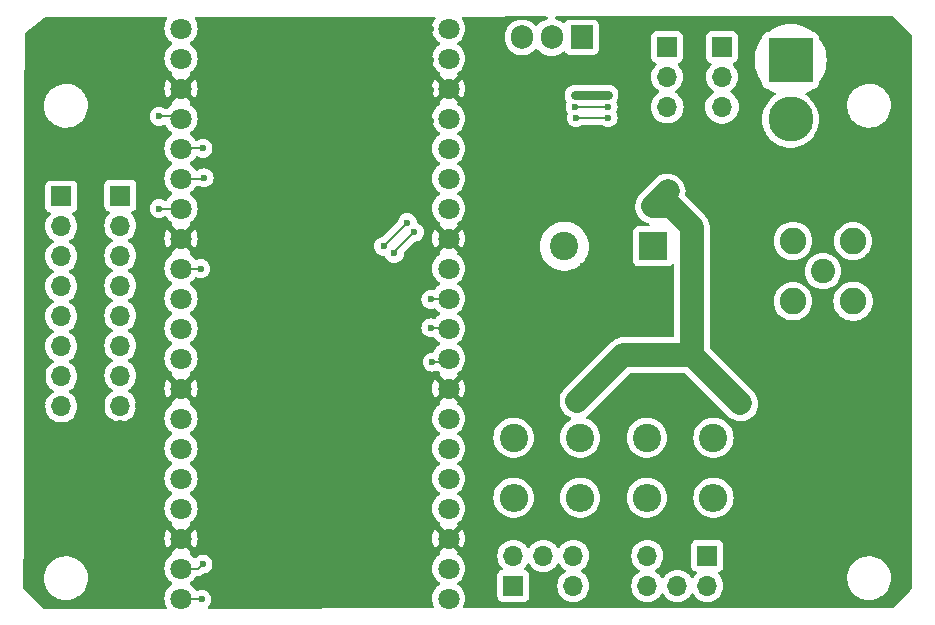
<source format=gbr>
%TF.GenerationSoftware,KiCad,Pcbnew,7.0.1*%
%TF.CreationDate,2023-04-14T11:05:38+02:00*%
%TF.ProjectId,dual-cam-pcb,6475616c-2d63-4616-9d2d-7063622e6b69,rev?*%
%TF.SameCoordinates,Original*%
%TF.FileFunction,Copper,L1,Top*%
%TF.FilePolarity,Positive*%
%FSLAX46Y46*%
G04 Gerber Fmt 4.6, Leading zero omitted, Abs format (unit mm)*
G04 Created by KiCad (PCBNEW 7.0.1) date 2023-04-14 11:05:38*
%MOMM*%
%LPD*%
G01*
G04 APERTURE LIST*
%TA.AperFunction,ComponentPad*%
%ADD10C,2.400000*%
%TD*%
%TA.AperFunction,ComponentPad*%
%ADD11O,2.400000X2.400000*%
%TD*%
%TA.AperFunction,ComponentPad*%
%ADD12C,2.050000*%
%TD*%
%TA.AperFunction,ComponentPad*%
%ADD13C,2.250000*%
%TD*%
%TA.AperFunction,ComponentPad*%
%ADD14R,1.700000X1.700000*%
%TD*%
%TA.AperFunction,ComponentPad*%
%ADD15O,1.700000X1.700000*%
%TD*%
%TA.AperFunction,SMDPad,CuDef*%
%ADD16C,1.800000*%
%TD*%
%TA.AperFunction,ComponentPad*%
%ADD17R,1.905000X2.000000*%
%TD*%
%TA.AperFunction,ComponentPad*%
%ADD18O,1.905000X2.000000*%
%TD*%
%TA.AperFunction,ComponentPad*%
%ADD19R,3.800000X3.800000*%
%TD*%
%TA.AperFunction,ComponentPad*%
%ADD20C,3.800000*%
%TD*%
%TA.AperFunction,ComponentPad*%
%ADD21R,2.400000X2.400000*%
%TD*%
%TA.AperFunction,ViaPad*%
%ADD22C,0.600000*%
%TD*%
%TA.AperFunction,ViaPad*%
%ADD23C,1.000000*%
%TD*%
%TA.AperFunction,Conductor*%
%ADD24C,2.000000*%
%TD*%
%TA.AperFunction,Conductor*%
%ADD25C,0.200000*%
%TD*%
%TA.AperFunction,Conductor*%
%ADD26C,0.750000*%
%TD*%
G04 APERTURE END LIST*
D10*
%TO.P,R14,1*%
%TO.N,VDD*%
X132720000Y-92200000D03*
D11*
%TO.P,R14,2*%
%TO.N,Net-(J4-plus1)*%
X132720000Y-97280000D03*
%TD*%
D12*
%TO.P,J3,1,In*%
%TO.N,Net-(J3-In)*%
X142000000Y-78100000D03*
D13*
%TO.P,J3,2,Ext*%
%TO.N,GND*%
X139460000Y-80640000D03*
X144540000Y-80640000D03*
X139460000Y-75560000D03*
X144540000Y-75560000D03*
%TD*%
D10*
%TO.P,R16,1*%
%TO.N,VDD*%
X121440000Y-92200000D03*
D11*
%TO.P,R16,2*%
%TO.N,Net-(J5-plus1)*%
X121440000Y-97280000D03*
%TD*%
D10*
%TO.P,R15,1*%
%TO.N,VDD*%
X127080000Y-92200000D03*
D11*
%TO.P,R15,2*%
%TO.N,Net-(J4-plus1)*%
X127080000Y-97280000D03*
%TD*%
D14*
%TO.P,J2,1,Pin_1*%
%TO.N,unconnected-(J2-Pin_1-Pad1)*%
X77500000Y-71780000D03*
D15*
%TO.P,J2,2,Pin_2*%
%TO.N,unconnected-(J2-Pin_2-Pad2)*%
X77500000Y-74320000D03*
%TO.P,J2,3,Pin_3*%
%TO.N,unconnected-(J2-Pin_3-Pad3)*%
X77500000Y-76860000D03*
%TO.P,J2,4,Pin_4*%
%TO.N,Net-(J2-Pin_4)*%
X77500000Y-79400000D03*
%TO.P,J2,5,Pin_5*%
%TO.N,Net-(J2-Pin_5)*%
X77500000Y-81940000D03*
%TO.P,J2,6,Pin_6*%
%TO.N,Net-(D2-A)*%
X77500000Y-84480000D03*
%TO.P,J2,7,Pin_7*%
%TO.N,GND*%
X77500000Y-87020000D03*
%TO.P,J2,8,Pin_8*%
X77500000Y-89560000D03*
%TD*%
D14*
%TO.P,J4,1,plus1*%
%TO.N,Net-(J4-plus1)*%
X132200000Y-102200000D03*
D15*
%TO.P,J4,2,plus2*%
X132200000Y-104740000D03*
%TO.P,J4,4,Pin_4*%
%TO.N,unconnected-(J4-Pin_4-Pad4)*%
X129660000Y-104740000D03*
%TO.P,J4,5,minus1*%
%TO.N,Net-(J4-minus1)*%
X127120000Y-102200000D03*
%TO.P,J4,6,minus2*%
X127120000Y-104740000D03*
%TD*%
D16*
%TO.P,U1,1,GPIO0*%
%TO.N,unconnected-(U1-GPIO0-Pad1)*%
X110305000Y-105825000D03*
%TO.P,U1,2,GPIO1*%
%TO.N,unconnected-(U1-GPIO1-Pad2)*%
X110305000Y-103285000D03*
%TO.P,U1,3,GND*%
%TO.N,GND*%
X110305000Y-100745000D03*
%TO.P,U1,4,GPIO2*%
%TO.N,unconnected-(U1-GPIO2-Pad4)*%
X110305000Y-98205000D03*
%TO.P,U1,5,GPIO3*%
%TO.N,unconnected-(U1-GPIO3-Pad5)*%
X110305000Y-95665000D03*
%TO.P,U1,6,GPIO4*%
%TO.N,unconnected-(U1-GPIO4-Pad6)*%
X110305000Y-93125000D03*
%TO.P,U1,7,GPIO5*%
%TO.N,unconnected-(U1-GPIO5-Pad7)*%
X110305000Y-90585000D03*
%TO.P,U1,8,GND*%
%TO.N,GND*%
X110305000Y-88045000D03*
%TO.P,U1,9,GPIO6*%
%TO.N,Net-(U1-GPIO6)*%
X110305000Y-85505000D03*
%TO.P,U1,10,GPIO7*%
%TO.N,Net-(U1-GPIO7)*%
X110305000Y-82965000D03*
%TO.P,U1,11,GPIO8*%
%TO.N,Net-(U1-GPIO8)*%
X110305000Y-80425000D03*
%TO.P,U1,12,GPIO9*%
%TO.N,unconnected-(U1-GPIO9-Pad12)*%
X110305000Y-77885000D03*
%TO.P,U1,13,GND*%
%TO.N,GND*%
X110305000Y-75345000D03*
%TO.P,U1,14,GPIO10*%
%TO.N,unconnected-(U1-GPIO10-Pad14)*%
X110305000Y-72805000D03*
%TO.P,U1,15,GPIO11*%
%TO.N,unconnected-(U1-GPIO11-Pad15)*%
X110305000Y-70265000D03*
%TO.P,U1,16,GPIO12*%
%TO.N,unconnected-(U1-GPIO12-Pad16)*%
X110305000Y-67725000D03*
%TO.P,U1,17,GPIO13*%
%TO.N,unconnected-(U1-GPIO13-Pad17)*%
X110305000Y-65185000D03*
%TO.P,U1,18,GND*%
%TO.N,GND*%
X110305000Y-62645000D03*
%TO.P,U1,19,GPIO14*%
%TO.N,unconnected-(U1-GPIO14-Pad19)*%
X110305000Y-60105000D03*
%TO.P,U1,20,GPIO15*%
%TO.N,unconnected-(U1-GPIO15-Pad20)*%
X110305000Y-57565000D03*
%TO.P,U1,21,GPIO16*%
%TO.N,unconnected-(U1-GPIO16-Pad21)*%
X87645000Y-57565000D03*
%TO.P,U1,22,GPIO17*%
%TO.N,unconnected-(U1-GPIO17-Pad22)*%
X87645000Y-60105000D03*
%TO.P,U1,23,GND*%
%TO.N,GND*%
X87645000Y-62645000D03*
%TO.P,U1,24,GPIO18*%
%TO.N,Net-(U1-GPIO18)*%
X87645000Y-65185000D03*
%TO.P,U1,25,GPIO19*%
%TO.N,Net-(U1-GPIO19)*%
X87645000Y-67725000D03*
%TO.P,U1,26,GPIO20*%
%TO.N,Net-(U1-GPIO20)*%
X87645000Y-70265000D03*
%TO.P,U1,27,GPIO21*%
%TO.N,Net-(U1-GPIO21)*%
X87645000Y-72805000D03*
%TO.P,U1,28,GND*%
%TO.N,GND*%
X87645000Y-75345000D03*
%TO.P,U1,29,GPIO22*%
%TO.N,Net-(D1-K)*%
X87645000Y-77885000D03*
%TO.P,U1,30,RUN*%
%TO.N,unconnected-(U1-RUN-Pad30)*%
X87645000Y-80425000D03*
%TO.P,U1,31,GPIO26_ADC0*%
%TO.N,unconnected-(U1-GPIO26_ADC0-Pad31)*%
X87645000Y-82965000D03*
%TO.P,U1,32,GPIO27_ADC1*%
%TO.N,unconnected-(U1-GPIO27_ADC1-Pad32)*%
X87645000Y-85505000D03*
%TO.P,U1,33,AGND*%
%TO.N,GND*%
X87645000Y-88045000D03*
%TO.P,U1,34,GPIO28_ADC2*%
%TO.N,unconnected-(U1-GPIO28_ADC2-Pad34)*%
X87645000Y-90585000D03*
%TO.P,U1,35,ADC_VREF*%
%TO.N,unconnected-(U1-ADC_VREF-Pad35)*%
X87645000Y-93125000D03*
%TO.P,U1,36,3V3*%
%TO.N,unconnected-(U1-3V3-Pad36)*%
X87645000Y-95665000D03*
%TO.P,U1,37,3V3_EN*%
%TO.N,unconnected-(U1-3V3_EN-Pad37)*%
X87645000Y-98205000D03*
%TO.P,U1,38,GND*%
%TO.N,GND*%
X87645000Y-100745000D03*
%TO.P,U1,39,VSYS*%
%TO.N,Net-(D5-K)*%
X87645000Y-103285000D03*
%TO.P,U1,40,VBUS*%
%TO.N,/VBus*%
X87645000Y-105825000D03*
%TD*%
D17*
%TO.P,U4,1,VI*%
%TO.N,VDD*%
X121580000Y-58300000D03*
D18*
%TO.P,U4,2,GND*%
%TO.N,GND*%
X119040000Y-58300000D03*
%TO.P,U4,3,VO*%
%TO.N,Net-(D5-A)*%
X116500000Y-58300000D03*
%TD*%
D14*
%TO.P,J5,1,plus1*%
%TO.N,Net-(J5-plus1)*%
X115775000Y-104740000D03*
D15*
%TO.P,J5,2,plus2*%
X115775000Y-102200000D03*
%TO.P,J5,4,Pin_4*%
%TO.N,unconnected-(J5-Pin_4-Pad4)*%
X118315000Y-102200000D03*
%TO.P,J5,5,minus1*%
%TO.N,Net-(J4-minus1)*%
X120855000Y-104740000D03*
%TO.P,J5,6,minus2*%
X120855000Y-102200000D03*
%TD*%
D19*
%TO.P,J8,1,minus1*%
%TO.N,GND*%
X139250000Y-60250000D03*
D20*
%TO.P,J8,2,plus*%
%TO.N,VDD*%
X139250000Y-65250000D03*
%TD*%
D21*
%TO.P,C3,1*%
%TO.N,VDD*%
X127600000Y-76000000D03*
D10*
%TO.P,C3,2*%
%TO.N,GND*%
X120100000Y-76000000D03*
%TD*%
D14*
%TO.P,J7,1,Pin_1*%
%TO.N,Net-(J7-Pin_1)*%
X133450000Y-59120000D03*
D15*
%TO.P,J7,2,Pin_2*%
%TO.N,/VBus*%
X133450000Y-61660000D03*
%TO.P,J7,3,Pin_3*%
%TO.N,GND*%
X133450000Y-64200000D03*
%TD*%
D10*
%TO.P,R17,1*%
%TO.N,VDD*%
X115800000Y-92200000D03*
D11*
%TO.P,R17,2*%
%TO.N,Net-(J5-plus1)*%
X115800000Y-97280000D03*
%TD*%
D14*
%TO.P,J6,1,Pin_1*%
%TO.N,Net-(J6-Pin_1)*%
X128800000Y-59120000D03*
D15*
%TO.P,J6,2,Pin_2*%
%TO.N,/VBus*%
X128800000Y-61660000D03*
%TO.P,J6,3,Pin_3*%
%TO.N,GND*%
X128800000Y-64200000D03*
%TD*%
D14*
%TO.P,J1,1,Pin_1*%
%TO.N,unconnected-(J1-Pin_1-Pad1)*%
X82500000Y-71700000D03*
D15*
%TO.P,J1,2,Pin_2*%
%TO.N,unconnected-(J1-Pin_2-Pad2)*%
X82500000Y-74240000D03*
%TO.P,J1,3,Pin_3*%
%TO.N,unconnected-(J1-Pin_3-Pad3)*%
X82500000Y-76780000D03*
%TO.P,J1,4,Pin_4*%
%TO.N,Net-(J1-Pin_4)*%
X82500000Y-79320000D03*
%TO.P,J1,5,Pin_5*%
%TO.N,Net-(J1-Pin_5)*%
X82500000Y-81860000D03*
%TO.P,J1,6,Pin_6*%
%TO.N,Net-(D1-A)*%
X82500000Y-84400000D03*
%TO.P,J1,7,Pin_7*%
%TO.N,GND*%
X82500000Y-86940000D03*
%TO.P,J1,8,Pin_8*%
X82500000Y-89480000D03*
%TD*%
D22*
%TO.N,GND*%
X112400000Y-95700000D03*
X118850000Y-62100000D03*
X76800000Y-59500000D03*
X124900000Y-72000000D03*
X136400000Y-82000000D03*
X127500000Y-69300000D03*
X112400000Y-103300000D03*
X127600000Y-83300000D03*
X108400000Y-98271428D03*
X91000000Y-63500000D03*
X103700000Y-58000000D03*
X81900000Y-104800000D03*
X108800000Y-57600000D03*
X91000000Y-74900000D03*
X79900000Y-79850000D03*
X117600000Y-75900000D03*
X89550000Y-91590000D03*
X141850000Y-82850000D03*
X108400000Y-105900000D03*
X142100000Y-100000000D03*
X112400000Y-100800000D03*
X119900000Y-73600000D03*
X112400000Y-87900000D03*
X96900000Y-92500000D03*
X85600000Y-89250000D03*
X108400000Y-95728571D03*
X133550000Y-75100000D03*
X85450000Y-96083333D03*
X83300000Y-57600000D03*
X142050000Y-73350000D03*
X117900000Y-84200000D03*
X126000000Y-58900000D03*
X118300000Y-74300000D03*
X112600000Y-60000000D03*
X133450000Y-80150000D03*
X146100000Y-58500000D03*
X120900000Y-80900000D03*
X120000000Y-78400000D03*
X80050000Y-85200000D03*
X142650000Y-58150000D03*
X80200000Y-59700000D03*
X135000000Y-102500000D03*
X131000000Y-59300000D03*
X133650000Y-77650000D03*
X137300000Y-88100000D03*
X125450000Y-77400000D03*
X97200000Y-83100000D03*
X131300000Y-72000000D03*
X108400000Y-103357142D03*
X137400000Y-71700000D03*
X112400000Y-90500000D03*
X108400000Y-90642857D03*
X100200000Y-80200000D03*
X135200000Y-98700000D03*
X121700000Y-77700000D03*
X118300000Y-77600000D03*
X80600000Y-100200000D03*
X96800000Y-97000000D03*
X108800000Y-60200000D03*
X121700000Y-94950000D03*
X82450000Y-91800000D03*
X134500000Y-105300000D03*
X92600000Y-100400000D03*
X92600000Y-92700000D03*
X95600000Y-78500000D03*
X108800000Y-65400000D03*
X121800000Y-74200000D03*
X93700000Y-65900000D03*
X136300000Y-85500000D03*
X108400000Y-93185714D03*
X103500000Y-77200000D03*
X143000000Y-66900000D03*
X113900000Y-73300000D03*
X147400000Y-91200000D03*
X115800000Y-79900000D03*
X85450000Y-101150000D03*
X126300000Y-94650000D03*
X112400000Y-98200000D03*
X85450000Y-98616666D03*
X96700000Y-87900000D03*
X107250000Y-79400000D03*
X112400000Y-92900000D03*
X92700000Y-97200000D03*
X116900000Y-67200000D03*
X102800000Y-71600000D03*
X137200000Y-91600000D03*
X96800000Y-102000000D03*
X92700000Y-81600000D03*
X134700000Y-94300000D03*
X89550000Y-99600000D03*
X112400000Y-105900000D03*
X85750000Y-76400000D03*
X112700000Y-57400000D03*
X108800000Y-62800000D03*
X108400000Y-88100000D03*
X90600000Y-60100000D03*
X105700000Y-68200000D03*
X89550000Y-94260000D03*
X85450000Y-93550000D03*
X125500000Y-67500000D03*
X76200000Y-99100000D03*
X84400000Y-60300000D03*
X147800000Y-99000000D03*
X125600000Y-63700000D03*
X131300000Y-63800000D03*
X95600000Y-57600000D03*
X140900000Y-105300000D03*
X108400000Y-100814285D03*
X89550000Y-86250000D03*
X84450000Y-86050000D03*
X92700000Y-87800000D03*
X99500000Y-74800000D03*
X112800000Y-83600000D03*
X118550000Y-88350000D03*
X128900000Y-80200000D03*
X75450000Y-92350000D03*
X75250000Y-82400000D03*
X146100000Y-71000000D03*
X79200000Y-92650000D03*
X113900000Y-76100000D03*
X89550000Y-96930000D03*
X108550000Y-75300000D03*
X146700000Y-78150000D03*
X93900000Y-72000000D03*
X89550000Y-88920000D03*
X142250000Y-62050000D03*
D23*
%TO.N,VDD*%
X128850000Y-71350000D03*
X127600000Y-72600000D03*
X135000000Y-89300000D03*
X121200000Y-89100000D03*
D22*
%TO.N,Net-(D1-K)*%
X89300000Y-77900000D03*
%TO.N,/VBus*%
X123800000Y-63200000D03*
X89400000Y-105900000D03*
X121000000Y-63200000D03*
%TO.N,Net-(D5-K)*%
X89500000Y-102900000D03*
%TO.N,Net-(U1-GPIO19)*%
X89500000Y-67700000D03*
%TO.N,Net-(U1-GPIO21)*%
X85800000Y-72800000D03*
%TO.N,Net-(U1-GPIO18)*%
X85800000Y-65000000D03*
%TO.N,Net-(U1-GPIO20)*%
X89600000Y-70200000D03*
%TO.N,Net-(U1-GPIO8)*%
X108800000Y-80500000D03*
%TO.N,Net-(J6-Pin_1)*%
X121100000Y-65100000D03*
X105700000Y-76600000D03*
X123800000Y-65100000D03*
X107400000Y-74800000D03*
%TO.N,Net-(J7-Pin_1)*%
X123800000Y-64200000D03*
X104800000Y-76000000D03*
X106800000Y-74000000D03*
X121000000Y-64200000D03*
%TO.N,Net-(U1-GPIO7)*%
X108800000Y-82900000D03*
%TO.N,Net-(U1-GPIO6)*%
X108900000Y-85800000D03*
%TD*%
D24*
%TO.N,VDD*%
X127600000Y-72600000D02*
X129100000Y-72600000D01*
X128850000Y-71350000D02*
X127600000Y-72600000D01*
X130900000Y-74400000D02*
X130900000Y-85200000D01*
X129100000Y-72600000D02*
X130900000Y-74400000D01*
X130900000Y-85200000D02*
X125100000Y-85200000D01*
X125100000Y-85200000D02*
X121200000Y-89100000D01*
X130900000Y-85200000D02*
X135000000Y-89300000D01*
D25*
%TO.N,Net-(D1-K)*%
X89300000Y-77900000D02*
X87560000Y-77900000D01*
X87560000Y-77900000D02*
X87545000Y-77885000D01*
%TO.N,/VBus*%
X89400000Y-105900000D02*
X87620000Y-105900000D01*
D26*
X121000000Y-63200000D02*
X123800000Y-63200000D01*
D25*
X87620000Y-105900000D02*
X87545000Y-105825000D01*
%TO.N,Net-(D5-K)*%
X89500000Y-102900000D02*
X89115000Y-103285000D01*
X89115000Y-103285000D02*
X87545000Y-103285000D01*
%TO.N,Net-(U1-GPIO19)*%
X87570000Y-67700000D02*
X87545000Y-67725000D01*
X89500000Y-67700000D02*
X87570000Y-67700000D01*
%TO.N,Net-(U1-GPIO21)*%
X85800000Y-72800000D02*
X87540000Y-72800000D01*
X87540000Y-72800000D02*
X87545000Y-72805000D01*
%TO.N,Net-(U1-GPIO18)*%
X87360000Y-65000000D02*
X87545000Y-65185000D01*
X85800000Y-65000000D02*
X87360000Y-65000000D01*
%TO.N,Net-(U1-GPIO20)*%
X89535000Y-70265000D02*
X87545000Y-70265000D01*
X89600000Y-70200000D02*
X89535000Y-70265000D01*
%TO.N,Net-(U1-GPIO8)*%
X108800000Y-80500000D02*
X110330000Y-80500000D01*
X110330000Y-80500000D02*
X110405000Y-80425000D01*
%TO.N,Net-(J6-Pin_1)*%
X107400000Y-74800000D02*
X105700000Y-76500000D01*
X105700000Y-76500000D02*
X105700000Y-76600000D01*
X123800000Y-65100000D02*
X121100000Y-65100000D01*
%TO.N,Net-(J7-Pin_1)*%
X123800000Y-64200000D02*
X121000000Y-64200000D01*
X106800000Y-74000000D02*
X104800000Y-76000000D01*
%TO.N,Net-(U1-GPIO7)*%
X110340000Y-82900000D02*
X110405000Y-82965000D01*
X108800000Y-82900000D02*
X110340000Y-82900000D01*
%TO.N,Net-(U1-GPIO6)*%
X108900000Y-85800000D02*
X110110000Y-85800000D01*
X110110000Y-85800000D02*
X110405000Y-85505000D01*
%TD*%
%TA.AperFunction,Conductor*%
%TO.N,GND*%
G36*
X147896082Y-56509477D02*
G01*
X147936390Y-56536390D01*
X149463681Y-58063681D01*
X149490561Y-58103909D01*
X149500000Y-58151362D01*
X149500000Y-104950964D01*
X149491311Y-104996564D01*
X149466463Y-105035772D01*
X149366407Y-105142499D01*
X148036671Y-106560883D01*
X147995581Y-106589821D01*
X147946380Y-106600074D01*
X111662191Y-106650469D01*
X111603115Y-106635585D01*
X111558257Y-106594362D01*
X111538446Y-106536751D01*
X111548461Y-106476664D01*
X111634157Y-106281300D01*
X111691134Y-106056305D01*
X111710300Y-105825000D01*
X111691134Y-105593695D01*
X111634157Y-105368700D01*
X111540924Y-105156151D01*
X111413979Y-104961847D01*
X111256784Y-104791087D01*
X111079180Y-104652852D01*
X111043943Y-104609460D01*
X111031343Y-104555000D01*
X111043943Y-104500540D01*
X111079181Y-104457146D01*
X111256784Y-104318913D01*
X111413979Y-104148153D01*
X111540924Y-103953849D01*
X111634157Y-103741300D01*
X111691134Y-103516305D01*
X111710300Y-103285000D01*
X111691134Y-103053695D01*
X111634157Y-102828700D01*
X111540924Y-102616151D01*
X111413979Y-102421847D01*
X111256784Y-102251087D01*
X111191146Y-102199999D01*
X114419340Y-102199999D01*
X114439936Y-102435407D01*
X114471327Y-102552559D01*
X114501097Y-102663663D01*
X114600965Y-102877830D01*
X114736505Y-103071401D01*
X114736508Y-103071404D01*
X114858430Y-103193326D01*
X114889726Y-103246072D01*
X114891915Y-103307365D01*
X114864462Y-103362209D01*
X114814083Y-103397189D01*
X114682669Y-103446204D01*
X114567454Y-103532454D01*
X114481204Y-103647668D01*
X114430909Y-103782516D01*
X114424500Y-103842130D01*
X114424500Y-105637869D01*
X114430909Y-105697484D01*
X114438578Y-105718045D01*
X114481204Y-105832331D01*
X114567454Y-105947546D01*
X114682669Y-106033796D01*
X114817517Y-106084091D01*
X114877127Y-106090500D01*
X116672872Y-106090499D01*
X116732483Y-106084091D01*
X116867331Y-106033796D01*
X116982546Y-105947546D01*
X117068796Y-105832331D01*
X117119091Y-105697483D01*
X117125500Y-105637873D01*
X117125499Y-103842128D01*
X117119091Y-103782517D01*
X117068796Y-103647669D01*
X116982546Y-103532454D01*
X116867331Y-103446204D01*
X116805898Y-103423291D01*
X116735916Y-103397189D01*
X116685537Y-103362209D01*
X116658084Y-103307365D01*
X116660273Y-103246072D01*
X116691566Y-103193329D01*
X116813495Y-103071401D01*
X116943426Y-102885839D01*
X116987743Y-102846975D01*
X117045000Y-102832964D01*
X117102257Y-102846975D01*
X117146573Y-102885839D01*
X117276505Y-103071401D01*
X117443599Y-103238495D01*
X117637170Y-103374035D01*
X117851337Y-103473903D01*
X118079592Y-103535063D01*
X118315000Y-103555659D01*
X118550408Y-103535063D01*
X118778663Y-103473903D01*
X118992830Y-103374035D01*
X119186401Y-103238495D01*
X119353495Y-103071401D01*
X119483426Y-102885839D01*
X119527743Y-102846975D01*
X119585000Y-102832964D01*
X119642257Y-102846975D01*
X119686573Y-102885839D01*
X119816505Y-103071401D01*
X119983599Y-103238495D01*
X120169160Y-103368426D01*
X120208024Y-103412743D01*
X120222035Y-103470000D01*
X120208024Y-103527257D01*
X120169159Y-103571575D01*
X120138738Y-103592875D01*
X120081958Y-103632634D01*
X119983595Y-103701508D01*
X119816505Y-103868598D01*
X119680965Y-104062170D01*
X119581097Y-104276336D01*
X119519936Y-104504592D01*
X119499340Y-104740000D01*
X119519936Y-104975407D01*
X119564708Y-105142499D01*
X119581097Y-105203663D01*
X119680965Y-105417830D01*
X119816505Y-105611401D01*
X119983599Y-105778495D01*
X120177170Y-105914035D01*
X120391337Y-106013903D01*
X120619592Y-106075063D01*
X120855000Y-106095659D01*
X121090408Y-106075063D01*
X121318663Y-106013903D01*
X121532830Y-105914035D01*
X121726401Y-105778495D01*
X121893495Y-105611401D01*
X122029035Y-105417830D01*
X122128903Y-105203663D01*
X122190063Y-104975408D01*
X122210659Y-104740000D01*
X125764340Y-104740000D01*
X125784936Y-104975407D01*
X125829708Y-105142499D01*
X125846097Y-105203663D01*
X125945965Y-105417830D01*
X126081505Y-105611401D01*
X126248599Y-105778495D01*
X126442170Y-105914035D01*
X126656337Y-106013903D01*
X126884592Y-106075063D01*
X127120000Y-106095659D01*
X127355408Y-106075063D01*
X127583663Y-106013903D01*
X127797830Y-105914035D01*
X127991401Y-105778495D01*
X128158495Y-105611401D01*
X128288426Y-105425839D01*
X128332743Y-105386975D01*
X128390000Y-105372964D01*
X128447257Y-105386975D01*
X128491573Y-105425839D01*
X128621505Y-105611401D01*
X128788599Y-105778495D01*
X128982170Y-105914035D01*
X129196337Y-106013903D01*
X129424592Y-106075063D01*
X129660000Y-106095659D01*
X129895408Y-106075063D01*
X130123663Y-106013903D01*
X130337830Y-105914035D01*
X130531401Y-105778495D01*
X130698495Y-105611401D01*
X130828426Y-105425839D01*
X130872743Y-105386975D01*
X130930000Y-105372964D01*
X130987257Y-105386975D01*
X131031573Y-105425839D01*
X131161505Y-105611401D01*
X131328599Y-105778495D01*
X131522170Y-105914035D01*
X131736337Y-106013903D01*
X131964592Y-106075063D01*
X132200000Y-106095659D01*
X132435408Y-106075063D01*
X132663663Y-106013903D01*
X132877830Y-105914035D01*
X133071401Y-105778495D01*
X133238495Y-105611401D01*
X133374035Y-105417830D01*
X133473903Y-105203663D01*
X133535063Y-104975408D01*
X133555659Y-104740000D01*
X133552079Y-104699087D01*
X133535063Y-104504592D01*
X133533977Y-104500540D01*
X133473903Y-104276337D01*
X133423274Y-104167764D01*
X144045787Y-104167764D01*
X144075413Y-104437016D01*
X144109998Y-104569304D01*
X144143928Y-104699088D01*
X144197720Y-104825670D01*
X144249871Y-104948392D01*
X144390982Y-105179611D01*
X144564253Y-105387818D01*
X144564255Y-105387820D01*
X144765998Y-105568582D01*
X144991910Y-105718044D01*
X145098211Y-105767876D01*
X145237177Y-105833021D01*
X145459807Y-105900000D01*
X145496569Y-105911060D01*
X145764561Y-105950500D01*
X145967631Y-105950500D01*
X145967634Y-105950500D01*
X146170156Y-105935677D01*
X146170156Y-105935676D01*
X146434553Y-105876780D01*
X146687558Y-105780014D01*
X146923777Y-105647441D01*
X147138177Y-105481888D01*
X147326186Y-105286881D01*
X147483799Y-105066579D01*
X147607656Y-104825675D01*
X147695118Y-104569305D01*
X147744319Y-104302933D01*
X147754212Y-104032235D01*
X147724586Y-103762982D01*
X147656072Y-103500912D01*
X147550130Y-103251610D01*
X147444943Y-103079255D01*
X147409017Y-103020388D01*
X147235746Y-102812181D01*
X147133700Y-102720748D01*
X147034002Y-102631418D01*
X146808090Y-102481956D01*
X146808086Y-102481954D01*
X146562822Y-102366978D01*
X146303437Y-102288941D01*
X146303431Y-102288940D01*
X146035439Y-102249500D01*
X145832369Y-102249500D01*
X145832366Y-102249500D01*
X145629843Y-102264322D01*
X145365449Y-102323219D01*
X145112441Y-102419986D01*
X144876223Y-102552559D01*
X144661825Y-102718109D01*
X144473813Y-102913120D01*
X144316201Y-103133420D01*
X144192342Y-103374329D01*
X144104881Y-103630695D01*
X144055680Y-103897066D01*
X144045787Y-104167764D01*
X133423274Y-104167764D01*
X133374035Y-104062171D01*
X133238495Y-103868599D01*
X133116569Y-103746673D01*
X133085273Y-103693927D01*
X133083084Y-103632634D01*
X133110537Y-103577789D01*
X133160916Y-103542810D01*
X133292331Y-103493796D01*
X133407546Y-103407546D01*
X133493796Y-103292331D01*
X133544091Y-103157483D01*
X133550500Y-103097873D01*
X133550499Y-101302128D01*
X133544091Y-101242517D01*
X133493796Y-101107669D01*
X133407546Y-100992454D01*
X133292331Y-100906204D01*
X133157483Y-100855909D01*
X133097873Y-100849500D01*
X133097869Y-100849500D01*
X131302130Y-100849500D01*
X131242515Y-100855909D01*
X131107669Y-100906204D01*
X130992454Y-100992454D01*
X130906204Y-101107668D01*
X130855909Y-101242516D01*
X130849500Y-101302130D01*
X130849500Y-103097869D01*
X130855909Y-103157484D01*
X130881056Y-103224907D01*
X130906204Y-103292331D01*
X130992454Y-103407546D01*
X131107669Y-103493796D01*
X131204244Y-103529816D01*
X131239082Y-103542810D01*
X131289462Y-103577789D01*
X131316915Y-103632634D01*
X131314726Y-103693926D01*
X131283431Y-103746673D01*
X131161505Y-103868599D01*
X131031574Y-104054160D01*
X130987255Y-104093026D01*
X130929999Y-104107036D01*
X130872742Y-104093025D01*
X130828426Y-104054161D01*
X130698495Y-103868599D01*
X130531401Y-103701505D01*
X130337830Y-103565965D01*
X130123663Y-103466097D01*
X130062502Y-103449709D01*
X129895407Y-103404936D01*
X129660000Y-103384340D01*
X129424592Y-103404936D01*
X129196336Y-103466097D01*
X128982170Y-103565965D01*
X128788598Y-103701505D01*
X128621508Y-103868595D01*
X128621507Y-103868597D01*
X128621505Y-103868599D01*
X128603290Y-103894613D01*
X128491574Y-104054160D01*
X128447255Y-104093026D01*
X128389999Y-104107036D01*
X128332742Y-104093025D01*
X128288426Y-104054161D01*
X128158495Y-103868599D01*
X127991401Y-103701505D01*
X127805839Y-103571573D01*
X127766975Y-103527257D01*
X127752964Y-103470000D01*
X127766975Y-103412743D01*
X127805839Y-103368426D01*
X127991401Y-103238495D01*
X128158495Y-103071401D01*
X128294035Y-102877830D01*
X128393903Y-102663663D01*
X128455063Y-102435408D01*
X128475659Y-102200000D01*
X128459445Y-102014683D01*
X128455063Y-101964592D01*
X128437046Y-101897351D01*
X128393903Y-101736337D01*
X128294035Y-101522171D01*
X128158495Y-101328599D01*
X127991401Y-101161505D01*
X127797830Y-101025965D01*
X127583663Y-100926097D01*
X127522501Y-100909709D01*
X127355407Y-100864936D01*
X127120000Y-100844340D01*
X126884592Y-100864936D01*
X126656336Y-100926097D01*
X126442170Y-101025965D01*
X126248598Y-101161505D01*
X126081505Y-101328598D01*
X125945965Y-101522170D01*
X125846097Y-101736336D01*
X125784936Y-101964592D01*
X125764340Y-102199999D01*
X125784936Y-102435407D01*
X125816327Y-102552559D01*
X125846097Y-102663663D01*
X125945965Y-102877830D01*
X126081505Y-103071401D01*
X126248599Y-103238495D01*
X126434160Y-103368426D01*
X126473024Y-103412743D01*
X126487035Y-103470000D01*
X126473024Y-103527257D01*
X126434159Y-103571575D01*
X126403738Y-103592875D01*
X126346958Y-103632634D01*
X126248595Y-103701508D01*
X126081505Y-103868598D01*
X125945965Y-104062170D01*
X125846097Y-104276336D01*
X125784936Y-104504592D01*
X125764340Y-104740000D01*
X122210659Y-104740000D01*
X122190063Y-104504592D01*
X122128903Y-104276337D01*
X122029035Y-104062171D01*
X121893495Y-103868599D01*
X121726401Y-103701505D01*
X121540839Y-103571573D01*
X121501975Y-103527257D01*
X121487964Y-103470000D01*
X121501975Y-103412743D01*
X121540839Y-103368426D01*
X121726401Y-103238495D01*
X121893495Y-103071401D01*
X122029035Y-102877830D01*
X122128903Y-102663663D01*
X122190063Y-102435408D01*
X122210659Y-102200000D01*
X122194445Y-102014683D01*
X122190063Y-101964592D01*
X122172046Y-101897351D01*
X122128903Y-101736337D01*
X122029035Y-101522171D01*
X121893495Y-101328599D01*
X121726401Y-101161505D01*
X121532830Y-101025965D01*
X121318663Y-100926097D01*
X121257501Y-100909709D01*
X121090407Y-100864936D01*
X120855000Y-100844340D01*
X120619592Y-100864936D01*
X120391336Y-100926097D01*
X120177170Y-101025965D01*
X119983598Y-101161505D01*
X119816508Y-101328595D01*
X119686574Y-101514160D01*
X119642255Y-101553026D01*
X119584999Y-101567036D01*
X119527742Y-101553025D01*
X119483426Y-101514161D01*
X119353495Y-101328599D01*
X119186401Y-101161505D01*
X118992830Y-101025965D01*
X118778663Y-100926097D01*
X118717501Y-100909709D01*
X118550407Y-100864936D01*
X118315000Y-100844340D01*
X118079592Y-100864936D01*
X117851336Y-100926097D01*
X117637170Y-101025965D01*
X117443598Y-101161505D01*
X117276508Y-101328595D01*
X117146574Y-101514160D01*
X117102255Y-101553026D01*
X117044999Y-101567036D01*
X116987742Y-101553025D01*
X116943426Y-101514161D01*
X116813495Y-101328599D01*
X116646401Y-101161505D01*
X116452830Y-101025965D01*
X116238663Y-100926097D01*
X116177501Y-100909709D01*
X116010407Y-100864936D01*
X115775000Y-100844340D01*
X115539592Y-100864936D01*
X115311336Y-100926097D01*
X115097170Y-101025965D01*
X114903598Y-101161505D01*
X114736505Y-101328598D01*
X114600965Y-101522170D01*
X114501097Y-101736336D01*
X114439936Y-101964592D01*
X114419340Y-102199999D01*
X111191146Y-102199999D01*
X111158015Y-102174212D01*
X111078774Y-102112536D01*
X111043536Y-102069144D01*
X111030936Y-102014683D01*
X111043535Y-101960223D01*
X111078773Y-101916830D01*
X111103798Y-101897351D01*
X110305000Y-101098553D01*
X109506199Y-101897351D01*
X109531224Y-101916828D01*
X109566463Y-101960221D01*
X109579063Y-102014682D01*
X109566464Y-102069143D01*
X109531226Y-102112536D01*
X109353216Y-102251086D01*
X109196020Y-102421848D01*
X109069076Y-102616150D01*
X108975844Y-102828696D01*
X108975842Y-102828700D01*
X108975843Y-102828700D01*
X108963402Y-102877830D01*
X108918865Y-103053700D01*
X108899699Y-103285000D01*
X108918865Y-103516299D01*
X108918865Y-103516301D01*
X108918866Y-103516305D01*
X108965766Y-103701508D01*
X108975844Y-103741303D01*
X109044169Y-103897067D01*
X109069076Y-103953849D01*
X109196021Y-104148153D01*
X109353216Y-104318913D01*
X109504955Y-104437016D01*
X109530819Y-104457146D01*
X109566057Y-104500540D01*
X109578657Y-104555000D01*
X109566057Y-104609460D01*
X109530819Y-104652854D01*
X109353215Y-104791087D01*
X109196020Y-104961848D01*
X109069076Y-105156150D01*
X108975844Y-105368696D01*
X108975842Y-105368700D01*
X108975843Y-105368700D01*
X108920383Y-105587707D01*
X108918865Y-105593700D01*
X108899699Y-105825000D01*
X108918865Y-106056299D01*
X108918865Y-106056301D01*
X108918866Y-106056305D01*
X108957775Y-106209952D01*
X108975844Y-106281303D01*
X109013522Y-106367200D01*
X109061535Y-106476658D01*
X109063188Y-106480425D01*
X109073212Y-106540432D01*
X109053488Y-106597984D01*
X109008763Y-106639228D01*
X108949804Y-106654235D01*
X90051128Y-106680484D01*
X89994784Y-106667031D01*
X89950698Y-106629453D01*
X89928493Y-106575949D01*
X89933015Y-106518198D01*
X89963273Y-106468804D01*
X90029816Y-106402262D01*
X90125789Y-106249522D01*
X90185368Y-106079255D01*
X90205565Y-105900000D01*
X90185368Y-105720745D01*
X90125789Y-105550478D01*
X90029816Y-105397738D01*
X90029815Y-105397737D01*
X90029814Y-105397735D01*
X89902264Y-105270185D01*
X89809714Y-105212032D01*
X89749522Y-105174211D01*
X89579255Y-105114632D01*
X89579253Y-105114631D01*
X89579251Y-105114631D01*
X89400000Y-105094434D01*
X89220748Y-105114631D01*
X89220745Y-105114631D01*
X89220745Y-105114632D01*
X89050478Y-105174211D01*
X89050477Y-105174211D01*
X89050473Y-105174213D01*
X89041780Y-105179675D01*
X88981177Y-105198562D01*
X88919168Y-105184984D01*
X88872005Y-105142500D01*
X88753979Y-104961847D01*
X88596784Y-104791087D01*
X88419180Y-104652852D01*
X88383943Y-104609460D01*
X88371343Y-104555000D01*
X88383943Y-104500540D01*
X88419181Y-104457146D01*
X88596784Y-104318913D01*
X88753979Y-104148153D01*
X88880924Y-103953849D01*
X88880924Y-103953847D01*
X88886543Y-103945248D01*
X88887803Y-103946071D01*
X88905460Y-103920612D01*
X88945260Y-103894613D01*
X88991918Y-103885500D01*
X89067513Y-103885500D01*
X89083697Y-103886560D01*
X89115000Y-103890682D01*
X89271762Y-103870044D01*
X89417841Y-103809536D01*
X89453053Y-103782517D01*
X89535175Y-103719502D01*
X89596770Y-103694661D01*
X89679255Y-103685368D01*
X89849522Y-103625789D01*
X90002262Y-103529816D01*
X90129816Y-103402262D01*
X90225789Y-103249522D01*
X90285368Y-103079255D01*
X90305565Y-102900000D01*
X90285368Y-102720745D01*
X90225789Y-102550478D01*
X90129816Y-102397738D01*
X90129815Y-102397737D01*
X90129814Y-102397735D01*
X90002264Y-102270185D01*
X89890563Y-102199999D01*
X89849522Y-102174211D01*
X89679255Y-102114632D01*
X89679253Y-102114631D01*
X89679251Y-102114631D01*
X89500000Y-102094434D01*
X89320748Y-102114631D01*
X89320745Y-102114631D01*
X89320745Y-102114632D01*
X89150478Y-102174211D01*
X89150476Y-102174211D01*
X89150476Y-102174212D01*
X88997735Y-102270185D01*
X88889505Y-102378416D01*
X88832264Y-102410941D01*
X88766442Y-102409580D01*
X88710594Y-102374718D01*
X88700510Y-102363764D01*
X88596784Y-102251087D01*
X88498015Y-102174212D01*
X88418774Y-102112536D01*
X88383536Y-102069144D01*
X88370936Y-102014683D01*
X88383535Y-101960223D01*
X88418773Y-101916830D01*
X88443798Y-101897351D01*
X87645000Y-101098553D01*
X86846199Y-101897351D01*
X86871224Y-101916828D01*
X86906463Y-101960221D01*
X86919063Y-102014682D01*
X86906464Y-102069143D01*
X86871226Y-102112536D01*
X86693216Y-102251086D01*
X86536020Y-102421848D01*
X86409076Y-102616150D01*
X86315844Y-102828696D01*
X86315842Y-102828700D01*
X86315843Y-102828700D01*
X86303402Y-102877830D01*
X86258865Y-103053700D01*
X86239699Y-103285000D01*
X86258865Y-103516299D01*
X86258865Y-103516301D01*
X86258866Y-103516305D01*
X86305766Y-103701508D01*
X86315844Y-103741303D01*
X86384169Y-103897067D01*
X86409076Y-103953849D01*
X86536021Y-104148153D01*
X86693216Y-104318913D01*
X86844955Y-104437016D01*
X86870819Y-104457146D01*
X86906057Y-104500540D01*
X86918657Y-104555000D01*
X86906057Y-104609460D01*
X86870819Y-104652854D01*
X86693215Y-104791087D01*
X86536020Y-104961848D01*
X86409076Y-105156150D01*
X86315844Y-105368696D01*
X86315842Y-105368700D01*
X86315843Y-105368700D01*
X86260383Y-105587707D01*
X86258865Y-105593700D01*
X86239699Y-105825000D01*
X86258865Y-106056299D01*
X86258865Y-106056301D01*
X86258866Y-106056305D01*
X86297775Y-106209952D01*
X86315844Y-106281303D01*
X86353522Y-106367200D01*
X86409076Y-106493849D01*
X86409085Y-106493863D01*
X86409092Y-106493886D01*
X86413204Y-106503259D01*
X86412233Y-106503684D01*
X86429170Y-106556517D01*
X86414374Y-106620627D01*
X86368863Y-106668142D01*
X86305450Y-106685686D01*
X76051462Y-106699928D01*
X76003917Y-106690522D01*
X75963609Y-106663609D01*
X74336428Y-105036428D01*
X74309498Y-104996078D01*
X74300109Y-104948486D01*
X74301770Y-104167764D01*
X76045787Y-104167764D01*
X76075413Y-104437016D01*
X76109998Y-104569304D01*
X76143928Y-104699088D01*
X76197720Y-104825670D01*
X76249871Y-104948392D01*
X76390982Y-105179611D01*
X76564253Y-105387818D01*
X76564255Y-105387820D01*
X76765998Y-105568582D01*
X76991910Y-105718044D01*
X77098211Y-105767876D01*
X77237177Y-105833021D01*
X77459807Y-105900000D01*
X77496569Y-105911060D01*
X77764561Y-105950500D01*
X77967631Y-105950500D01*
X77967634Y-105950500D01*
X78170156Y-105935677D01*
X78170156Y-105935676D01*
X78434553Y-105876780D01*
X78687558Y-105780014D01*
X78923777Y-105647441D01*
X79138177Y-105481888D01*
X79326186Y-105286881D01*
X79483799Y-105066579D01*
X79607656Y-104825675D01*
X79695118Y-104569305D01*
X79744319Y-104302933D01*
X79754212Y-104032235D01*
X79724586Y-103762982D01*
X79656072Y-103500912D01*
X79550130Y-103251610D01*
X79444943Y-103079255D01*
X79409017Y-103020388D01*
X79235746Y-102812181D01*
X79133700Y-102720748D01*
X79034002Y-102631418D01*
X78808090Y-102481956D01*
X78808086Y-102481954D01*
X78562822Y-102366978D01*
X78303437Y-102288941D01*
X78303431Y-102288940D01*
X78035439Y-102249500D01*
X77832369Y-102249500D01*
X77832366Y-102249500D01*
X77629843Y-102264322D01*
X77365449Y-102323219D01*
X77112441Y-102419986D01*
X76876223Y-102552559D01*
X76661825Y-102718109D01*
X76473813Y-102913120D01*
X76316201Y-103133420D01*
X76192342Y-103374329D01*
X76104881Y-103630695D01*
X76055680Y-103897066D01*
X76045787Y-104167764D01*
X74301770Y-104167764D01*
X74309053Y-100745000D01*
X86240201Y-100745000D01*
X86259361Y-100976217D01*
X86316319Y-101201139D01*
X86409516Y-101413609D01*
X86493812Y-101542633D01*
X87291447Y-100745001D01*
X87291447Y-100745000D01*
X87998553Y-100745000D01*
X88796186Y-101542634D01*
X88880483Y-101413607D01*
X88973680Y-101201138D01*
X89030638Y-100976217D01*
X89049798Y-100745000D01*
X108900201Y-100745000D01*
X108919361Y-100976217D01*
X108976319Y-101201139D01*
X109069516Y-101413609D01*
X109153812Y-101542633D01*
X109951447Y-100745001D01*
X110658553Y-100745001D01*
X111456186Y-101542634D01*
X111540483Y-101413607D01*
X111633680Y-101201138D01*
X111690638Y-100976217D01*
X111709798Y-100745000D01*
X111690638Y-100513782D01*
X111633680Y-100288860D01*
X111540484Y-100076392D01*
X111456186Y-99947364D01*
X110658553Y-100745000D01*
X110658553Y-100745001D01*
X109951447Y-100745001D01*
X109951447Y-100745000D01*
X109153812Y-99947365D01*
X109069516Y-100076390D01*
X108976319Y-100288860D01*
X108919361Y-100513782D01*
X108900201Y-100745000D01*
X89049798Y-100745000D01*
X89030638Y-100513782D01*
X88973680Y-100288860D01*
X88880484Y-100076392D01*
X88796186Y-99947364D01*
X87998553Y-100745000D01*
X87291447Y-100745000D01*
X86493812Y-99947365D01*
X86409516Y-100076390D01*
X86316319Y-100288860D01*
X86259361Y-100513782D01*
X86240201Y-100745000D01*
X74309053Y-100745000D01*
X74314457Y-98205000D01*
X86239699Y-98205000D01*
X86258865Y-98436299D01*
X86258865Y-98436301D01*
X86258866Y-98436305D01*
X86315843Y-98661300D01*
X86315844Y-98661303D01*
X86406242Y-98867388D01*
X86409076Y-98873849D01*
X86536021Y-99068153D01*
X86693216Y-99238913D01*
X86871228Y-99377465D01*
X86906465Y-99420856D01*
X86919064Y-99475318D01*
X86906463Y-99529779D01*
X86871223Y-99573172D01*
X86846200Y-99592646D01*
X86846200Y-99592647D01*
X87645000Y-100391447D01*
X87645001Y-100391447D01*
X88443799Y-99592648D01*
X88443798Y-99592647D01*
X88418775Y-99573171D01*
X88383536Y-99529777D01*
X88370936Y-99475317D01*
X88383535Y-99420856D01*
X88418771Y-99377465D01*
X88596784Y-99238913D01*
X88753979Y-99068153D01*
X88880924Y-98873849D01*
X88974157Y-98661300D01*
X89031134Y-98436305D01*
X89050300Y-98205000D01*
X108899699Y-98205000D01*
X108918865Y-98436299D01*
X108918865Y-98436301D01*
X108918866Y-98436305D01*
X108975843Y-98661300D01*
X108975844Y-98661303D01*
X109066242Y-98867388D01*
X109069076Y-98873849D01*
X109196021Y-99068153D01*
X109353216Y-99238913D01*
X109531228Y-99377465D01*
X109566465Y-99420856D01*
X109579064Y-99475318D01*
X109566463Y-99529779D01*
X109531223Y-99573172D01*
X109506200Y-99592646D01*
X109506200Y-99592647D01*
X110305000Y-100391447D01*
X110305001Y-100391447D01*
X111103799Y-99592648D01*
X111103798Y-99592647D01*
X111078775Y-99573171D01*
X111043536Y-99529777D01*
X111030936Y-99475317D01*
X111043535Y-99420856D01*
X111078771Y-99377465D01*
X111256784Y-99238913D01*
X111413979Y-99068153D01*
X111540924Y-98873849D01*
X111634157Y-98661300D01*
X111691134Y-98436305D01*
X111710300Y-98205000D01*
X111691134Y-97973695D01*
X111634157Y-97748700D01*
X111540924Y-97536151D01*
X111413979Y-97341847D01*
X111357045Y-97280000D01*
X114094731Y-97280000D01*
X114113777Y-97534154D01*
X114170492Y-97782637D01*
X114263608Y-98019891D01*
X114391038Y-98240607D01*
X114391041Y-98240612D01*
X114549950Y-98439877D01*
X114736783Y-98613232D01*
X114947366Y-98756805D01*
X115176996Y-98867389D01*
X115420542Y-98942513D01*
X115672565Y-98980500D01*
X115927435Y-98980500D01*
X116179458Y-98942513D01*
X116423004Y-98867389D01*
X116652634Y-98756805D01*
X116863217Y-98613232D01*
X117050050Y-98439877D01*
X117208959Y-98240612D01*
X117336393Y-98019888D01*
X117429508Y-97782637D01*
X117486222Y-97534157D01*
X117505268Y-97280000D01*
X119734731Y-97280000D01*
X119753777Y-97534154D01*
X119810492Y-97782637D01*
X119903608Y-98019891D01*
X120031038Y-98240607D01*
X120031041Y-98240612D01*
X120189950Y-98439877D01*
X120376783Y-98613232D01*
X120587366Y-98756805D01*
X120816996Y-98867389D01*
X121060542Y-98942513D01*
X121312565Y-98980500D01*
X121567435Y-98980500D01*
X121819458Y-98942513D01*
X122063004Y-98867389D01*
X122292634Y-98756805D01*
X122503217Y-98613232D01*
X122690050Y-98439877D01*
X122848959Y-98240612D01*
X122976393Y-98019888D01*
X123069508Y-97782637D01*
X123126222Y-97534157D01*
X123145268Y-97280000D01*
X125374731Y-97280000D01*
X125393777Y-97534154D01*
X125450492Y-97782637D01*
X125543608Y-98019891D01*
X125671038Y-98240607D01*
X125671041Y-98240612D01*
X125829950Y-98439877D01*
X126016783Y-98613232D01*
X126227366Y-98756805D01*
X126456996Y-98867389D01*
X126700542Y-98942513D01*
X126952565Y-98980500D01*
X127207435Y-98980500D01*
X127459458Y-98942513D01*
X127703004Y-98867389D01*
X127932634Y-98756805D01*
X128143217Y-98613232D01*
X128330050Y-98439877D01*
X128488959Y-98240612D01*
X128616393Y-98019888D01*
X128709508Y-97782637D01*
X128766222Y-97534157D01*
X128785268Y-97280000D01*
X131014731Y-97280000D01*
X131033777Y-97534154D01*
X131090492Y-97782637D01*
X131183608Y-98019891D01*
X131311038Y-98240607D01*
X131311041Y-98240612D01*
X131469950Y-98439877D01*
X131656783Y-98613232D01*
X131867366Y-98756805D01*
X132096996Y-98867389D01*
X132340542Y-98942513D01*
X132592565Y-98980500D01*
X132847435Y-98980500D01*
X133099458Y-98942513D01*
X133343004Y-98867389D01*
X133572634Y-98756805D01*
X133783217Y-98613232D01*
X133970050Y-98439877D01*
X134128959Y-98240612D01*
X134256393Y-98019888D01*
X134349508Y-97782637D01*
X134406222Y-97534157D01*
X134425268Y-97280000D01*
X134406222Y-97025843D01*
X134349508Y-96777363D01*
X134256393Y-96540112D01*
X134249487Y-96528151D01*
X134128961Y-96319392D01*
X134128959Y-96319388D01*
X133970050Y-96120123D01*
X133783217Y-95946768D01*
X133572634Y-95803195D01*
X133343004Y-95692611D01*
X133099458Y-95617487D01*
X132847435Y-95579500D01*
X132592565Y-95579500D01*
X132340542Y-95617487D01*
X132096996Y-95692611D01*
X131867366Y-95803195D01*
X131762074Y-95874981D01*
X131656781Y-95946769D01*
X131469950Y-96120123D01*
X131311038Y-96319392D01*
X131183608Y-96540108D01*
X131090492Y-96777362D01*
X131033777Y-97025845D01*
X131014731Y-97280000D01*
X128785268Y-97280000D01*
X128766222Y-97025843D01*
X128709508Y-96777363D01*
X128616393Y-96540112D01*
X128609487Y-96528151D01*
X128488961Y-96319392D01*
X128488959Y-96319388D01*
X128330050Y-96120123D01*
X128143217Y-95946768D01*
X127932634Y-95803195D01*
X127703004Y-95692611D01*
X127459458Y-95617487D01*
X127207435Y-95579500D01*
X126952565Y-95579500D01*
X126700542Y-95617487D01*
X126456996Y-95692611D01*
X126227366Y-95803195D01*
X126122074Y-95874981D01*
X126016781Y-95946769D01*
X125829950Y-96120123D01*
X125671038Y-96319392D01*
X125543608Y-96540108D01*
X125450492Y-96777362D01*
X125393777Y-97025845D01*
X125374731Y-97280000D01*
X123145268Y-97280000D01*
X123126222Y-97025843D01*
X123069508Y-96777363D01*
X122976393Y-96540112D01*
X122969487Y-96528151D01*
X122848961Y-96319392D01*
X122848959Y-96319388D01*
X122690050Y-96120123D01*
X122503217Y-95946768D01*
X122292634Y-95803195D01*
X122063004Y-95692611D01*
X121819458Y-95617487D01*
X121567435Y-95579500D01*
X121312565Y-95579500D01*
X121060542Y-95617487D01*
X120816996Y-95692611D01*
X120587366Y-95803195D01*
X120482074Y-95874981D01*
X120376781Y-95946769D01*
X120189950Y-96120123D01*
X120031038Y-96319392D01*
X119903608Y-96540108D01*
X119810492Y-96777362D01*
X119753777Y-97025845D01*
X119734731Y-97280000D01*
X117505268Y-97280000D01*
X117486222Y-97025843D01*
X117429508Y-96777363D01*
X117336393Y-96540112D01*
X117329487Y-96528151D01*
X117208961Y-96319392D01*
X117208959Y-96319388D01*
X117050050Y-96120123D01*
X116863217Y-95946768D01*
X116652634Y-95803195D01*
X116423004Y-95692611D01*
X116179458Y-95617487D01*
X115927435Y-95579500D01*
X115672565Y-95579500D01*
X115420542Y-95617487D01*
X115176996Y-95692611D01*
X114947366Y-95803195D01*
X114842074Y-95874981D01*
X114736781Y-95946769D01*
X114549950Y-96120123D01*
X114391038Y-96319392D01*
X114263608Y-96540108D01*
X114170492Y-96777362D01*
X114113777Y-97025845D01*
X114094731Y-97280000D01*
X111357045Y-97280000D01*
X111256784Y-97171087D01*
X111079180Y-97032852D01*
X111043943Y-96989460D01*
X111031343Y-96935000D01*
X111043943Y-96880540D01*
X111079181Y-96837146D01*
X111256784Y-96698913D01*
X111413979Y-96528153D01*
X111540924Y-96333849D01*
X111634157Y-96121300D01*
X111691134Y-95896305D01*
X111710300Y-95665000D01*
X111691134Y-95433695D01*
X111634157Y-95208700D01*
X111540924Y-94996151D01*
X111413979Y-94801847D01*
X111256784Y-94631087D01*
X111079180Y-94492852D01*
X111043943Y-94449460D01*
X111031343Y-94395000D01*
X111043943Y-94340540D01*
X111079181Y-94297146D01*
X111256784Y-94158913D01*
X111413979Y-93988153D01*
X111540924Y-93793849D01*
X111634157Y-93581300D01*
X111691134Y-93356305D01*
X111710300Y-93125000D01*
X111691134Y-92893695D01*
X111634157Y-92668700D01*
X111540924Y-92456151D01*
X111413979Y-92261847D01*
X111357044Y-92199999D01*
X114094731Y-92199999D01*
X114113777Y-92454154D01*
X114170492Y-92702637D01*
X114263608Y-92939891D01*
X114391038Y-93160607D01*
X114391041Y-93160612D01*
X114549950Y-93359877D01*
X114736783Y-93533232D01*
X114947366Y-93676805D01*
X115176996Y-93787389D01*
X115420542Y-93862513D01*
X115672565Y-93900500D01*
X115927435Y-93900500D01*
X116179458Y-93862513D01*
X116423004Y-93787389D01*
X116652634Y-93676805D01*
X116863217Y-93533232D01*
X117050050Y-93359877D01*
X117208959Y-93160612D01*
X117336393Y-92939888D01*
X117429508Y-92702637D01*
X117486222Y-92454157D01*
X117505268Y-92200000D01*
X117486222Y-91945843D01*
X117429508Y-91697363D01*
X117336393Y-91460112D01*
X117329487Y-91448151D01*
X117208961Y-91239392D01*
X117208959Y-91239388D01*
X117050050Y-91040123D01*
X116863217Y-90866768D01*
X116652634Y-90723195D01*
X116423004Y-90612611D01*
X116179458Y-90537487D01*
X115927435Y-90499500D01*
X115672565Y-90499500D01*
X115420542Y-90537487D01*
X115176996Y-90612611D01*
X114984341Y-90705389D01*
X114947366Y-90723195D01*
X114873437Y-90773599D01*
X114736781Y-90866769D01*
X114549950Y-91040123D01*
X114391038Y-91239392D01*
X114263608Y-91460108D01*
X114170492Y-91697362D01*
X114113777Y-91945845D01*
X114094731Y-92199999D01*
X111357044Y-92199999D01*
X111256784Y-92091087D01*
X111079180Y-91952852D01*
X111043943Y-91909460D01*
X111031343Y-91855000D01*
X111043943Y-91800540D01*
X111079181Y-91757146D01*
X111256784Y-91618913D01*
X111413979Y-91448153D01*
X111540924Y-91253849D01*
X111634157Y-91041300D01*
X111691134Y-90816305D01*
X111710300Y-90585000D01*
X111691134Y-90353695D01*
X111634157Y-90128700D01*
X111540924Y-89916151D01*
X111413979Y-89721847D01*
X111256784Y-89551087D01*
X111235455Y-89534486D01*
X111078774Y-89412536D01*
X111043536Y-89369144D01*
X111030936Y-89314683D01*
X111043535Y-89260223D01*
X111078773Y-89216830D01*
X111103798Y-89197351D01*
X111068666Y-89162219D01*
X119695642Y-89162219D01*
X119726401Y-89408982D01*
X119797355Y-89647312D01*
X119906571Y-89870716D01*
X120051069Y-90073098D01*
X120226901Y-90248930D01*
X120429287Y-90393431D01*
X120617950Y-90485663D01*
X120668775Y-90531556D01*
X120687489Y-90597428D01*
X120668387Y-90663189D01*
X120617293Y-90708782D01*
X120587371Y-90723191D01*
X120376781Y-90866769D01*
X120189950Y-91040123D01*
X120031038Y-91239392D01*
X119903608Y-91460108D01*
X119810492Y-91697362D01*
X119753777Y-91945845D01*
X119734731Y-92199999D01*
X119753777Y-92454154D01*
X119810492Y-92702637D01*
X119903608Y-92939891D01*
X120031038Y-93160607D01*
X120031041Y-93160612D01*
X120189950Y-93359877D01*
X120376783Y-93533232D01*
X120587366Y-93676805D01*
X120816996Y-93787389D01*
X121060542Y-93862513D01*
X121312565Y-93900500D01*
X121567435Y-93900500D01*
X121819458Y-93862513D01*
X122063004Y-93787389D01*
X122292634Y-93676805D01*
X122503217Y-93533232D01*
X122690050Y-93359877D01*
X122848959Y-93160612D01*
X122976393Y-92939888D01*
X123069508Y-92702637D01*
X123126222Y-92454157D01*
X123145268Y-92200000D01*
X123145268Y-92199999D01*
X125374731Y-92199999D01*
X125393777Y-92454154D01*
X125450492Y-92702637D01*
X125543608Y-92939891D01*
X125671038Y-93160607D01*
X125671041Y-93160612D01*
X125829950Y-93359877D01*
X126016783Y-93533232D01*
X126227366Y-93676805D01*
X126456996Y-93787389D01*
X126700542Y-93862513D01*
X126952565Y-93900500D01*
X127207435Y-93900500D01*
X127459458Y-93862513D01*
X127703004Y-93787389D01*
X127932634Y-93676805D01*
X128143217Y-93533232D01*
X128330050Y-93359877D01*
X128488959Y-93160612D01*
X128616393Y-92939888D01*
X128709508Y-92702637D01*
X128766222Y-92454157D01*
X128785268Y-92200000D01*
X131014731Y-92200000D01*
X131033777Y-92454154D01*
X131090492Y-92702637D01*
X131183608Y-92939891D01*
X131311038Y-93160607D01*
X131311041Y-93160612D01*
X131469950Y-93359877D01*
X131656783Y-93533232D01*
X131867366Y-93676805D01*
X132096996Y-93787389D01*
X132340542Y-93862513D01*
X132592565Y-93900500D01*
X132847435Y-93900500D01*
X133099458Y-93862513D01*
X133343004Y-93787389D01*
X133572634Y-93676805D01*
X133783217Y-93533232D01*
X133970050Y-93359877D01*
X134128959Y-93160612D01*
X134256393Y-92939888D01*
X134349508Y-92702637D01*
X134406222Y-92454157D01*
X134425268Y-92200000D01*
X134406222Y-91945843D01*
X134349508Y-91697363D01*
X134256393Y-91460112D01*
X134249487Y-91448151D01*
X134128961Y-91239392D01*
X134128959Y-91239388D01*
X133970050Y-91040123D01*
X133783217Y-90866768D01*
X133572634Y-90723195D01*
X133343004Y-90612611D01*
X133099458Y-90537487D01*
X132847435Y-90499500D01*
X132592565Y-90499500D01*
X132340542Y-90537487D01*
X132096996Y-90612611D01*
X131904341Y-90705389D01*
X131867366Y-90723195D01*
X131793437Y-90773599D01*
X131656781Y-90866769D01*
X131469950Y-91040123D01*
X131311038Y-91239392D01*
X131183608Y-91460108D01*
X131090492Y-91697362D01*
X131033777Y-91945845D01*
X131014731Y-92200000D01*
X128785268Y-92200000D01*
X128766222Y-91945843D01*
X128709508Y-91697363D01*
X128616393Y-91460112D01*
X128609487Y-91448151D01*
X128488961Y-91239392D01*
X128488959Y-91239388D01*
X128330050Y-91040123D01*
X128143217Y-90866768D01*
X127932634Y-90723195D01*
X127703004Y-90612611D01*
X127459458Y-90537487D01*
X127207435Y-90499500D01*
X126952565Y-90499500D01*
X126700542Y-90537487D01*
X126456996Y-90612611D01*
X126264341Y-90705389D01*
X126227366Y-90723195D01*
X126153437Y-90773599D01*
X126016781Y-90866769D01*
X125829950Y-91040123D01*
X125671038Y-91239392D01*
X125543608Y-91460108D01*
X125450492Y-91697362D01*
X125393777Y-91945845D01*
X125374731Y-92199999D01*
X123145268Y-92199999D01*
X123126222Y-91945843D01*
X123069508Y-91697363D01*
X122976393Y-91460112D01*
X122969487Y-91448151D01*
X122848961Y-91239392D01*
X122848959Y-91239388D01*
X122690050Y-91040123D01*
X122503217Y-90866768D01*
X122292634Y-90723195D01*
X122063004Y-90612611D01*
X122019762Y-90599272D01*
X121970868Y-90570644D01*
X121939813Y-90523253D01*
X121933082Y-90466995D01*
X121952079Y-90413615D01*
X121992838Y-90374260D01*
X122074894Y-90325366D01*
X122217126Y-90204902D01*
X125685209Y-86736818D01*
X125725437Y-86709939D01*
X125772890Y-86700500D01*
X130227110Y-86700500D01*
X130274563Y-86709939D01*
X130314791Y-86736819D01*
X133982868Y-90404896D01*
X133982874Y-90404901D01*
X133982875Y-90404902D01*
X134125106Y-90525366D01*
X134338727Y-90652656D01*
X134570386Y-90743050D01*
X134813763Y-90794081D01*
X135043935Y-90803600D01*
X135062219Y-90804357D01*
X135062219Y-90804356D01*
X135062221Y-90804357D01*
X135308981Y-90773599D01*
X135547314Y-90702644D01*
X135770716Y-90593429D01*
X135973096Y-90448932D01*
X136148932Y-90273096D01*
X136293429Y-90070716D01*
X136402644Y-89847314D01*
X136473599Y-89608981D01*
X136504357Y-89362221D01*
X136494081Y-89113763D01*
X136443050Y-88870386D01*
X136352656Y-88638727D01*
X136225366Y-88425106D01*
X136104902Y-88282875D01*
X136104901Y-88282874D01*
X136104896Y-88282868D01*
X132436819Y-84614791D01*
X132409939Y-84574563D01*
X132400500Y-84527110D01*
X132400500Y-80649999D01*
X137822118Y-80649999D01*
X137842160Y-80904658D01*
X137901791Y-81153043D01*
X137956603Y-81285368D01*
X137999547Y-81389043D01*
X138133016Y-81606845D01*
X138298914Y-81801086D01*
X138493155Y-81966984D01*
X138710957Y-82100453D01*
X138885311Y-82172673D01*
X138946956Y-82198208D01*
X139025426Y-82217046D01*
X139195343Y-82257840D01*
X139450000Y-82277882D01*
X139704657Y-82257840D01*
X139953043Y-82198208D01*
X140189043Y-82100453D01*
X140406845Y-81966984D01*
X140406846Y-81966982D01*
X140408832Y-81965766D01*
X140415670Y-81960798D01*
X140460184Y-81922761D01*
X140463214Y-81918839D01*
X140601086Y-81801086D01*
X140735820Y-81643333D01*
X140748326Y-81633672D01*
X140778715Y-81598108D01*
X140912363Y-81380012D01*
X141010246Y-81143705D01*
X141069956Y-80894993D01*
X141089237Y-80649999D01*
X142878922Y-80649999D01*
X142897587Y-80899060D01*
X142953163Y-81142557D01*
X142968710Y-81182170D01*
X143044412Y-81375053D01*
X143169291Y-81591351D01*
X143325014Y-81786621D01*
X143325016Y-81786623D01*
X143325017Y-81786624D01*
X143508095Y-81956496D01*
X143508097Y-81956497D01*
X143508101Y-81956501D01*
X143714462Y-82097195D01*
X143939487Y-82205562D01*
X144178150Y-82279180D01*
X144425120Y-82316404D01*
X144674880Y-82316404D01*
X144921850Y-82279180D01*
X145160513Y-82205562D01*
X145385539Y-82097195D01*
X145591899Y-81956501D01*
X145774986Y-81786621D01*
X145930709Y-81591351D01*
X146055588Y-81375053D01*
X146146836Y-81142559D01*
X146202412Y-80899061D01*
X146221077Y-80650000D01*
X146220871Y-80647257D01*
X146202412Y-80400939D01*
X146184109Y-80320748D01*
X146146836Y-80157441D01*
X146055588Y-79924947D01*
X145930709Y-79708649D01*
X145774986Y-79513379D01*
X145774982Y-79513375D01*
X145591901Y-79343500D01*
X145458947Y-79252854D01*
X145385539Y-79202805D01*
X145160513Y-79094438D01*
X145039616Y-79057146D01*
X144921849Y-79020819D01*
X144674880Y-78983596D01*
X144425120Y-78983596D01*
X144178150Y-79020819D01*
X143939486Y-79094438D01*
X143714464Y-79202803D01*
X143508095Y-79343503D01*
X143325017Y-79513375D01*
X143169290Y-79708650D01*
X143044412Y-79924946D01*
X142953163Y-80157442D01*
X142897587Y-80400939D01*
X142878922Y-80649999D01*
X141089237Y-80649999D01*
X141090024Y-80640000D01*
X141069956Y-80385006D01*
X141010246Y-80136294D01*
X140912361Y-79899982D01*
X140778718Y-79681895D01*
X140768094Y-79669459D01*
X140758324Y-79667012D01*
X140718147Y-79635974D01*
X140688518Y-79601284D01*
X140601086Y-79498914D01*
X140464022Y-79381850D01*
X140432984Y-79341671D01*
X140430537Y-79331902D01*
X140418108Y-79321284D01*
X140200012Y-79187636D01*
X139963705Y-79089753D01*
X139714993Y-79030043D01*
X139460000Y-79009975D01*
X139205006Y-79030043D01*
X138956294Y-79089753D01*
X138719982Y-79187638D01*
X138501895Y-79321281D01*
X138466373Y-79351617D01*
X138456672Y-79364175D01*
X138298913Y-79498914D01*
X138181153Y-79636791D01*
X138177175Y-79639864D01*
X138139225Y-79684303D01*
X138134213Y-79691199D01*
X137999547Y-79910957D01*
X137901791Y-80146956D01*
X137842160Y-80395341D01*
X137822118Y-80649999D01*
X132400500Y-80649999D01*
X132400500Y-78100000D01*
X140469783Y-78100000D01*
X140488623Y-78339380D01*
X140544676Y-78572863D01*
X140573385Y-78642171D01*
X140636567Y-78794704D01*
X140762028Y-78999439D01*
X140917973Y-79182027D01*
X141100561Y-79337972D01*
X141305296Y-79463433D01*
X141425876Y-79513379D01*
X141527136Y-79555323D01*
X141554324Y-79561850D01*
X141760621Y-79611377D01*
X142000000Y-79630217D01*
X142239379Y-79611377D01*
X142472863Y-79555323D01*
X142694704Y-79463433D01*
X142899439Y-79337972D01*
X143082027Y-79182027D01*
X143237972Y-78999439D01*
X143363433Y-78794704D01*
X143455323Y-78572863D01*
X143511377Y-78339379D01*
X143530217Y-78100000D01*
X143511377Y-77860621D01*
X143461148Y-77651401D01*
X143455323Y-77627136D01*
X143422322Y-77547467D01*
X143363433Y-77405296D01*
X143237972Y-77200561D01*
X143082027Y-77017973D01*
X142899439Y-76862028D01*
X142694704Y-76736567D01*
X142627017Y-76708530D01*
X142472863Y-76644676D01*
X142239380Y-76588623D01*
X142000000Y-76569783D01*
X141760619Y-76588623D01*
X141527136Y-76644676D01*
X141305296Y-76736567D01*
X141100560Y-76862028D01*
X140917973Y-77017973D01*
X140762028Y-77200560D01*
X140636567Y-77405296D01*
X140544676Y-77627136D01*
X140488623Y-77860619D01*
X140469783Y-78100000D01*
X132400500Y-78100000D01*
X132400500Y-75550000D01*
X137809878Y-75550000D01*
X137830071Y-75806573D01*
X137890150Y-76056826D01*
X137942071Y-76182171D01*
X137988641Y-76294600D01*
X138123113Y-76514040D01*
X138290259Y-76709741D01*
X138485960Y-76876887D01*
X138705400Y-77011359D01*
X138873530Y-77081001D01*
X138943173Y-77109849D01*
X138992912Y-77121790D01*
X139193428Y-77169929D01*
X139450000Y-77190122D01*
X139450006Y-77190121D01*
X139454167Y-77190449D01*
X139454609Y-77190449D01*
X139714993Y-77169956D01*
X139963705Y-77110246D01*
X140200012Y-77012363D01*
X140418108Y-76878715D01*
X140451362Y-76850300D01*
X140463372Y-76834752D01*
X140609741Y-76709741D01*
X140734752Y-76563372D01*
X140750300Y-76551362D01*
X140778715Y-76518108D01*
X140912363Y-76300012D01*
X141010246Y-76063705D01*
X141069956Y-75814993D01*
X141090025Y-75560000D01*
X142909975Y-75560000D01*
X142930043Y-75814993D01*
X142989753Y-76063705D01*
X143087636Y-76300012D01*
X143221284Y-76518108D01*
X143224532Y-76521910D01*
X143241936Y-76522594D01*
X143291186Y-76534929D01*
X143331360Y-76565965D01*
X143424722Y-76675278D01*
X143496483Y-76736567D01*
X143534031Y-76768636D01*
X143565069Y-76808814D01*
X143577404Y-76858063D01*
X143578087Y-76875465D01*
X143581895Y-76878718D01*
X143799982Y-77012361D01*
X144036294Y-77110246D01*
X144285006Y-77169956D01*
X144540000Y-77190024D01*
X144794993Y-77169956D01*
X145043705Y-77110246D01*
X145280012Y-77012363D01*
X145498108Y-76878715D01*
X145501987Y-76875401D01*
X145514233Y-76826493D01*
X145545270Y-76786313D01*
X145675278Y-76675278D01*
X145769333Y-76565152D01*
X145809512Y-76534115D01*
X145854707Y-76522798D01*
X145858715Y-76518108D01*
X145992363Y-76300012D01*
X146090246Y-76063705D01*
X146149956Y-75814993D01*
X146170024Y-75560000D01*
X146149956Y-75305006D01*
X146090246Y-75056294D01*
X145992361Y-74819982D01*
X145858718Y-74601895D01*
X145850652Y-74592453D01*
X145827181Y-74586575D01*
X145787005Y-74555538D01*
X145675278Y-74424722D01*
X145544460Y-74312993D01*
X145513423Y-74272817D01*
X145507544Y-74249344D01*
X145498108Y-74241284D01*
X145280012Y-74107636D01*
X145043705Y-74009753D01*
X144794993Y-73950043D01*
X144540000Y-73929975D01*
X144285006Y-73950043D01*
X144036294Y-74009753D01*
X143799982Y-74107638D01*
X143581895Y-74241281D01*
X143577204Y-74245287D01*
X143565880Y-74290494D01*
X143534844Y-74330668D01*
X143424718Y-74424724D01*
X143313689Y-74554724D01*
X143273516Y-74585761D01*
X143224594Y-74598016D01*
X143221281Y-74601895D01*
X143087638Y-74819982D01*
X142989753Y-75056294D01*
X142930043Y-75305006D01*
X142909975Y-75560000D01*
X141090025Y-75560000D01*
X141090449Y-75554609D01*
X141090449Y-75554167D01*
X141090121Y-75550006D01*
X141090122Y-75550000D01*
X141069929Y-75293428D01*
X141009849Y-75043174D01*
X141000882Y-75021527D01*
X140981001Y-74973530D01*
X140911359Y-74805400D01*
X140776887Y-74585960D01*
X140609741Y-74390259D01*
X140414040Y-74223113D01*
X140194600Y-74088641D01*
X140102639Y-74050549D01*
X139956826Y-73990150D01*
X139706573Y-73930071D01*
X139450000Y-73909878D01*
X139193426Y-73930071D01*
X138943173Y-73990150D01*
X138705400Y-74088641D01*
X138485959Y-74223113D01*
X138290259Y-74390259D01*
X138123113Y-74585959D01*
X137988641Y-74805400D01*
X137890150Y-75043173D01*
X137830071Y-75293426D01*
X137809878Y-75550000D01*
X132400500Y-75550000D01*
X132400500Y-74500864D01*
X132401452Y-74485526D01*
X132404357Y-74462219D01*
X132400606Y-74371536D01*
X132400500Y-74366411D01*
X132400500Y-74337932D01*
X132398148Y-74309557D01*
X132397830Y-74304438D01*
X132394080Y-74213763D01*
X132389262Y-74190790D01*
X132387046Y-74175581D01*
X132385108Y-74152179D01*
X132362821Y-74064170D01*
X132361669Y-74059190D01*
X132343049Y-73970386D01*
X132334512Y-73948508D01*
X132329829Y-73933889D01*
X132324063Y-73911119D01*
X132287596Y-73827983D01*
X132285650Y-73823286D01*
X132252655Y-73738726D01*
X132240635Y-73718553D01*
X132233609Y-73704905D01*
X132224173Y-73683393D01*
X132174527Y-73607404D01*
X132171825Y-73603075D01*
X132125366Y-73525106D01*
X132110185Y-73507182D01*
X132101003Y-73494867D01*
X132088164Y-73475215D01*
X132026689Y-73408435D01*
X132023300Y-73404598D01*
X132016093Y-73396089D01*
X132004901Y-73382874D01*
X131984781Y-73362754D01*
X131981233Y-73359057D01*
X131951421Y-73326673D01*
X131919744Y-73292262D01*
X131901202Y-73277830D01*
X131889692Y-73267665D01*
X130359323Y-71737295D01*
X130328159Y-71684995D01*
X130325643Y-71624167D01*
X130344081Y-71536237D01*
X130354357Y-71287779D01*
X130323599Y-71041019D01*
X130252644Y-70802687D01*
X130143429Y-70579284D01*
X129998932Y-70376904D01*
X129998930Y-70376901D01*
X129823098Y-70201069D01*
X129620716Y-70056571D01*
X129397312Y-69947355D01*
X129158982Y-69876401D01*
X128912219Y-69845642D01*
X128672905Y-69855540D01*
X128663763Y-69855919D01*
X128602918Y-69868677D01*
X128420383Y-69906951D01*
X128188729Y-69997342D01*
X127975106Y-70124634D01*
X127832867Y-70245103D01*
X126562741Y-71515229D01*
X126559044Y-71518776D01*
X126492266Y-71580251D01*
X126436515Y-71651877D01*
X126433288Y-71655851D01*
X126374631Y-71725109D01*
X126362611Y-71745281D01*
X126353948Y-71757960D01*
X126339526Y-71776490D01*
X126296323Y-71856321D01*
X126293792Y-71860775D01*
X126247344Y-71938724D01*
X126238806Y-71960604D01*
X126232347Y-71974538D01*
X126221171Y-71995191D01*
X126191694Y-72081049D01*
X126189932Y-72085856D01*
X126156951Y-72170383D01*
X126152133Y-72193360D01*
X126148055Y-72208169D01*
X126140429Y-72230382D01*
X126125490Y-72319906D01*
X126124542Y-72324940D01*
X126105919Y-72413761D01*
X126104948Y-72437231D01*
X126103363Y-72452512D01*
X126099500Y-72475664D01*
X126099500Y-72566404D01*
X126099394Y-72571529D01*
X126095642Y-72662219D01*
X126098548Y-72685527D01*
X126099500Y-72700865D01*
X126099500Y-72724335D01*
X126114433Y-72813828D01*
X126115172Y-72818899D01*
X126126401Y-72908981D01*
X126133101Y-72931486D01*
X126136565Y-72946459D01*
X126140429Y-72969615D01*
X126169893Y-73055440D01*
X126171454Y-73060311D01*
X126192350Y-73130499D01*
X126197357Y-73147315D01*
X126207666Y-73168403D01*
X126213546Y-73182598D01*
X126221172Y-73204812D01*
X126264372Y-73284637D01*
X126266703Y-73289166D01*
X126273106Y-73302262D01*
X126306570Y-73370714D01*
X126320212Y-73389821D01*
X126328349Y-73402856D01*
X126339527Y-73423511D01*
X126395273Y-73495135D01*
X126398336Y-73499242D01*
X126451068Y-73573096D01*
X126467664Y-73589692D01*
X126477838Y-73601212D01*
X126492261Y-73619743D01*
X126559045Y-73681222D01*
X126562743Y-73684771D01*
X126626903Y-73748931D01*
X126646015Y-73762577D01*
X126657938Y-73772259D01*
X126675215Y-73788164D01*
X126736164Y-73827983D01*
X126751184Y-73837796D01*
X126755417Y-73840688D01*
X126829284Y-73893429D01*
X126841131Y-73899220D01*
X126850384Y-73903744D01*
X126863750Y-73911339D01*
X126883106Y-73923986D01*
X126883393Y-73924173D01*
X126966499Y-73960627D01*
X126971114Y-73962765D01*
X127052687Y-74002644D01*
X127075202Y-74009347D01*
X127089608Y-74014627D01*
X127111119Y-74024063D01*
X127199085Y-74046338D01*
X127204017Y-74047697D01*
X127234107Y-74056655D01*
X127292682Y-74094579D01*
X127321503Y-74158129D01*
X127311443Y-74227181D01*
X127265687Y-74279866D01*
X127198726Y-74299500D01*
X126352130Y-74299500D01*
X126292515Y-74305909D01*
X126157669Y-74356204D01*
X126042454Y-74442454D01*
X125956204Y-74557668D01*
X125905909Y-74692516D01*
X125899500Y-74752130D01*
X125899500Y-77247869D01*
X125905909Y-77307484D01*
X125931056Y-77374907D01*
X125956204Y-77442331D01*
X126042454Y-77557546D01*
X126157669Y-77643796D01*
X126292517Y-77694091D01*
X126352127Y-77700500D01*
X128847872Y-77700499D01*
X128907483Y-77694091D01*
X129042331Y-77643796D01*
X129157546Y-77557546D01*
X129176233Y-77532582D01*
X129223989Y-77494100D01*
X129284346Y-77483210D01*
X129342539Y-77502579D01*
X129384332Y-77547467D01*
X129399500Y-77606894D01*
X129399500Y-83575500D01*
X129382887Y-83637500D01*
X129337500Y-83682887D01*
X129275500Y-83699500D01*
X125200865Y-83699500D01*
X125185527Y-83698548D01*
X125162219Y-83695642D01*
X125075160Y-83699243D01*
X125071526Y-83699394D01*
X125066404Y-83699500D01*
X125037933Y-83699500D01*
X125033774Y-83699844D01*
X125009550Y-83701851D01*
X125004440Y-83702168D01*
X124913762Y-83705919D01*
X124890777Y-83710738D01*
X124875578Y-83712952D01*
X124852180Y-83714891D01*
X124764200Y-83737170D01*
X124759211Y-83738324D01*
X124670388Y-83756950D01*
X124661440Y-83760441D01*
X124648512Y-83765485D01*
X124633889Y-83770170D01*
X124611118Y-83775936D01*
X124528000Y-83812396D01*
X124523265Y-83814357D01*
X124438726Y-83847343D01*
X124418547Y-83859367D01*
X124404895Y-83866394D01*
X124383396Y-83875825D01*
X124307410Y-83925468D01*
X124303068Y-83928177D01*
X124289376Y-83936337D01*
X124225104Y-83974635D01*
X124207183Y-83989813D01*
X124194868Y-83998995D01*
X124175218Y-84011833D01*
X124108447Y-84073299D01*
X124104610Y-84076687D01*
X124082878Y-84095093D01*
X124062739Y-84115232D01*
X124059045Y-84118775D01*
X123992262Y-84180254D01*
X123977832Y-84198793D01*
X123967664Y-84210306D01*
X120095103Y-88082867D01*
X119974634Y-88225106D01*
X119847342Y-88438729D01*
X119756951Y-88670383D01*
X119705919Y-88913764D01*
X119695642Y-89162219D01*
X111068666Y-89162219D01*
X110305000Y-88398553D01*
X109506199Y-89197351D01*
X109531224Y-89216828D01*
X109566463Y-89260221D01*
X109579063Y-89314682D01*
X109566464Y-89369143D01*
X109531226Y-89412536D01*
X109353216Y-89551086D01*
X109196020Y-89721848D01*
X109069076Y-89916150D01*
X108975844Y-90128696D01*
X108975842Y-90128700D01*
X108975843Y-90128700D01*
X108940214Y-90269397D01*
X108918865Y-90353700D01*
X108899699Y-90585000D01*
X108918865Y-90816299D01*
X108918865Y-90816301D01*
X108918866Y-90816305D01*
X108975843Y-91041300D01*
X109069076Y-91253849D01*
X109196021Y-91448153D01*
X109339650Y-91604176D01*
X109353215Y-91618912D01*
X109530819Y-91757146D01*
X109566057Y-91800540D01*
X109578657Y-91855000D01*
X109566057Y-91909460D01*
X109530819Y-91952854D01*
X109353215Y-92091087D01*
X109196020Y-92261848D01*
X109069076Y-92456150D01*
X108975844Y-92668696D01*
X108918865Y-92893700D01*
X108899699Y-93125000D01*
X108918865Y-93356299D01*
X108918865Y-93356301D01*
X108918866Y-93356305D01*
X108975843Y-93581300D01*
X108975844Y-93581303D01*
X109066242Y-93787388D01*
X109069076Y-93793849D01*
X109196021Y-93988153D01*
X109339650Y-94144176D01*
X109353215Y-94158912D01*
X109530819Y-94297146D01*
X109566057Y-94340540D01*
X109578657Y-94395000D01*
X109566057Y-94449460D01*
X109530819Y-94492854D01*
X109353215Y-94631087D01*
X109196020Y-94801848D01*
X109069076Y-94996150D01*
X108975844Y-95208696D01*
X108918865Y-95433700D01*
X108899699Y-95665000D01*
X108918865Y-95896299D01*
X108918865Y-95896301D01*
X108918866Y-95896305D01*
X108975843Y-96121300D01*
X109069076Y-96333849D01*
X109196021Y-96528153D01*
X109353215Y-96698912D01*
X109353219Y-96698916D01*
X109530818Y-96837147D01*
X109566057Y-96880540D01*
X109578656Y-96935000D01*
X109566057Y-96989460D01*
X109530818Y-97032853D01*
X109353219Y-97171083D01*
X109196020Y-97341848D01*
X109069076Y-97536150D01*
X108975844Y-97748696D01*
X108918865Y-97973700D01*
X108899699Y-98205000D01*
X89050300Y-98205000D01*
X89031134Y-97973695D01*
X88974157Y-97748700D01*
X88880924Y-97536151D01*
X88753979Y-97341847D01*
X88596784Y-97171087D01*
X88419180Y-97032852D01*
X88383943Y-96989460D01*
X88371343Y-96935000D01*
X88383943Y-96880540D01*
X88419181Y-96837146D01*
X88596784Y-96698913D01*
X88753979Y-96528153D01*
X88880924Y-96333849D01*
X88974157Y-96121300D01*
X89031134Y-95896305D01*
X89050300Y-95665000D01*
X89031134Y-95433695D01*
X88974157Y-95208700D01*
X88880924Y-94996151D01*
X88753979Y-94801847D01*
X88596784Y-94631087D01*
X88419180Y-94492852D01*
X88383943Y-94449460D01*
X88371343Y-94395000D01*
X88383943Y-94340540D01*
X88419181Y-94297146D01*
X88596784Y-94158913D01*
X88753979Y-93988153D01*
X88880924Y-93793849D01*
X88974157Y-93581300D01*
X89031134Y-93356305D01*
X89050300Y-93125000D01*
X89031134Y-92893695D01*
X88974157Y-92668700D01*
X88880924Y-92456151D01*
X88753979Y-92261847D01*
X88596784Y-92091087D01*
X88419180Y-91952852D01*
X88383943Y-91909460D01*
X88371343Y-91855000D01*
X88383943Y-91800540D01*
X88419181Y-91757146D01*
X88596784Y-91618913D01*
X88753979Y-91448153D01*
X88880924Y-91253849D01*
X88974157Y-91041300D01*
X89031134Y-90816305D01*
X89050300Y-90585000D01*
X89031134Y-90353695D01*
X88974157Y-90128700D01*
X88880924Y-89916151D01*
X88753979Y-89721847D01*
X88596784Y-89551087D01*
X88575455Y-89534486D01*
X88418774Y-89412536D01*
X88383536Y-89369144D01*
X88370936Y-89314683D01*
X88383535Y-89260223D01*
X88418773Y-89216830D01*
X88443798Y-89197351D01*
X87645000Y-88398553D01*
X86846199Y-89197351D01*
X86871224Y-89216828D01*
X86906463Y-89260221D01*
X86919063Y-89314682D01*
X86906464Y-89369143D01*
X86871226Y-89412536D01*
X86693216Y-89551086D01*
X86536020Y-89721848D01*
X86409076Y-89916150D01*
X86315844Y-90128696D01*
X86315842Y-90128700D01*
X86315843Y-90128700D01*
X86280214Y-90269397D01*
X86258865Y-90353700D01*
X86239699Y-90585000D01*
X86258865Y-90816299D01*
X86258865Y-90816301D01*
X86258866Y-90816305D01*
X86315843Y-91041300D01*
X86409076Y-91253849D01*
X86536021Y-91448153D01*
X86679650Y-91604176D01*
X86693215Y-91618912D01*
X86870819Y-91757146D01*
X86906057Y-91800540D01*
X86918657Y-91855000D01*
X86906057Y-91909460D01*
X86870819Y-91952854D01*
X86693215Y-92091087D01*
X86536020Y-92261848D01*
X86409076Y-92456150D01*
X86315844Y-92668696D01*
X86258865Y-92893700D01*
X86239699Y-93125000D01*
X86258865Y-93356299D01*
X86258865Y-93356301D01*
X86258866Y-93356305D01*
X86315843Y-93581300D01*
X86315844Y-93581303D01*
X86406242Y-93787388D01*
X86409076Y-93793849D01*
X86536021Y-93988153D01*
X86679650Y-94144176D01*
X86693215Y-94158912D01*
X86870819Y-94297146D01*
X86906057Y-94340540D01*
X86918657Y-94395000D01*
X86906057Y-94449460D01*
X86870819Y-94492854D01*
X86693215Y-94631087D01*
X86536020Y-94801848D01*
X86409076Y-94996150D01*
X86315844Y-95208696D01*
X86258865Y-95433700D01*
X86239699Y-95665000D01*
X86258865Y-95896299D01*
X86258865Y-95896301D01*
X86258866Y-95896305D01*
X86315843Y-96121300D01*
X86409076Y-96333849D01*
X86536021Y-96528153D01*
X86693215Y-96698912D01*
X86693219Y-96698916D01*
X86870818Y-96837147D01*
X86906057Y-96880540D01*
X86918656Y-96935000D01*
X86906057Y-96989460D01*
X86870818Y-97032853D01*
X86693219Y-97171083D01*
X86536020Y-97341848D01*
X86409076Y-97536150D01*
X86315844Y-97748696D01*
X86258865Y-97973700D01*
X86239699Y-98205000D01*
X74314457Y-98205000D01*
X74343659Y-84479999D01*
X76144340Y-84479999D01*
X76164936Y-84715407D01*
X76197290Y-84836153D01*
X76226097Y-84943663D01*
X76325965Y-85157830D01*
X76461505Y-85351401D01*
X76628599Y-85518495D01*
X76814597Y-85648732D01*
X76853460Y-85693048D01*
X76867471Y-85750305D01*
X76853461Y-85807561D01*
X76814595Y-85851880D01*
X76628919Y-85981892D01*
X76461890Y-86148921D01*
X76326400Y-86342421D01*
X76226569Y-86556507D01*
X76169363Y-86770001D01*
X76174405Y-86776571D01*
X76195075Y-86817358D01*
X76199557Y-86862864D01*
X76187559Y-87000000D01*
X76202698Y-87173042D01*
X76198216Y-87218547D01*
X76177547Y-87259335D01*
X76169363Y-87269999D01*
X76226569Y-87483492D01*
X76326399Y-87697576D01*
X76461893Y-87891081D01*
X76628918Y-88058106D01*
X76815031Y-88188425D01*
X76853896Y-88232743D01*
X76867907Y-88290000D01*
X76853896Y-88347257D01*
X76815031Y-88391575D01*
X76628918Y-88521893D01*
X76461890Y-88688921D01*
X76326400Y-88882421D01*
X76226569Y-89096507D01*
X76166773Y-89319666D01*
X76167977Y-89322041D01*
X76172459Y-89367548D01*
X76156496Y-89550000D01*
X76174029Y-89750404D01*
X76169548Y-89795908D01*
X76166957Y-89801019D01*
X76226569Y-90023492D01*
X76326399Y-90237576D01*
X76461893Y-90431081D01*
X76628918Y-90598106D01*
X76822423Y-90733600D01*
X77036507Y-90833430D01*
X77255388Y-90892079D01*
X77274765Y-90882260D01*
X77320268Y-90877778D01*
X77480437Y-90891791D01*
X77499999Y-90893503D01*
X77499999Y-90893502D01*
X77500000Y-90893503D01*
X77679731Y-90877778D01*
X77725233Y-90882260D01*
X77744610Y-90892080D01*
X77963492Y-90833430D01*
X78177576Y-90733600D01*
X78371081Y-90598106D01*
X78538106Y-90431081D01*
X78673600Y-90237576D01*
X78773430Y-90023492D01*
X78833041Y-89801020D01*
X78830452Y-89795910D01*
X78825970Y-89750403D01*
X78843503Y-89550000D01*
X78827680Y-89369144D01*
X78827540Y-89367546D01*
X78832023Y-89322040D01*
X78833226Y-89319666D01*
X78773430Y-89096507D01*
X78673599Y-88882421D01*
X78538109Y-88688921D01*
X78371081Y-88521893D01*
X78184968Y-88391575D01*
X78146103Y-88347257D01*
X78132092Y-88290000D01*
X78146103Y-88232743D01*
X78184968Y-88188425D01*
X78371081Y-88058106D01*
X78538106Y-87891081D01*
X78673600Y-87697576D01*
X78773430Y-87483492D01*
X78830635Y-87270000D01*
X78822453Y-87259336D01*
X78801783Y-87218548D01*
X78797301Y-87173041D01*
X78812440Y-87000000D01*
X78800442Y-86862863D01*
X78804924Y-86817358D01*
X78825595Y-86776570D01*
X78830636Y-86770000D01*
X78773430Y-86556507D01*
X78673599Y-86342421D01*
X78538109Y-86148921D01*
X78371081Y-85981893D01*
X78185404Y-85851880D01*
X78146539Y-85807562D01*
X78132528Y-85750305D01*
X78146539Y-85693048D01*
X78185402Y-85648732D01*
X78371401Y-85518495D01*
X78538495Y-85351401D01*
X78674035Y-85157830D01*
X78773903Y-84943663D01*
X78835063Y-84715408D01*
X78855659Y-84480000D01*
X78848660Y-84399999D01*
X81144340Y-84399999D01*
X81164936Y-84635407D01*
X81209709Y-84802502D01*
X81226097Y-84863663D01*
X81325965Y-85077830D01*
X81461505Y-85271401D01*
X81628599Y-85438495D01*
X81814597Y-85568732D01*
X81853460Y-85613048D01*
X81867471Y-85670305D01*
X81853461Y-85727561D01*
X81814595Y-85771880D01*
X81628919Y-85901892D01*
X81461890Y-86068921D01*
X81326400Y-86262421D01*
X81226569Y-86476507D01*
X81163684Y-86711197D01*
X81166540Y-86739205D01*
X81149073Y-86949994D01*
X81165045Y-87142744D01*
X81162744Y-87165298D01*
X81216537Y-87366054D01*
X81216967Y-87367703D01*
X81223802Y-87394693D01*
X81225532Y-87399619D01*
X81226570Y-87403494D01*
X81263271Y-87482199D01*
X81264445Y-87484793D01*
X81285875Y-87533649D01*
X81310093Y-87588860D01*
X81311899Y-87592976D01*
X81317643Y-87601769D01*
X81326209Y-87617170D01*
X81326399Y-87617577D01*
X81348780Y-87649542D01*
X81350999Y-87652821D01*
X81376235Y-87691447D01*
X81433933Y-87779761D01*
X81453511Y-87801028D01*
X81460386Y-87809574D01*
X81471066Y-87820253D01*
X81474617Y-87823954D01*
X81585043Y-87943909D01*
X81622630Y-87973164D01*
X81625587Y-87975775D01*
X81626951Y-87976730D01*
X81632012Y-87980466D01*
X81761114Y-88080950D01*
X81800806Y-88102430D01*
X81846445Y-88144979D01*
X81865584Y-88204368D01*
X81853376Y-88265560D01*
X81812912Y-88313059D01*
X81628918Y-88441893D01*
X81461890Y-88608921D01*
X81326400Y-88802421D01*
X81226569Y-89016507D01*
X81169364Y-89229999D01*
X81206590Y-89278513D01*
X81203779Y-89280669D01*
X81219980Y-89298349D01*
X81232698Y-89364807D01*
X81225244Y-89450000D01*
X81237947Y-89595193D01*
X81225229Y-89661651D01*
X81204207Y-89684592D01*
X81169364Y-89730000D01*
X81226569Y-89943492D01*
X81326399Y-90157576D01*
X81461893Y-90351081D01*
X81628918Y-90518106D01*
X81822423Y-90653600D01*
X82036507Y-90753430D01*
X82249999Y-90810635D01*
X82259993Y-90802967D01*
X82268461Y-90773109D01*
X82318349Y-90727396D01*
X82384807Y-90714678D01*
X82500000Y-90724755D01*
X82615193Y-90714678D01*
X82681651Y-90727396D01*
X82731539Y-90773109D01*
X82740006Y-90802967D01*
X82750000Y-90810635D01*
X82963492Y-90753430D01*
X83177576Y-90653600D01*
X83371081Y-90518106D01*
X83538106Y-90351081D01*
X83673600Y-90157576D01*
X83773430Y-89943492D01*
X83830635Y-89730000D01*
X83795792Y-89684592D01*
X83774771Y-89661651D01*
X83762053Y-89595193D01*
X83774755Y-89450000D01*
X83767302Y-89364807D01*
X83780020Y-89298349D01*
X83796220Y-89280669D01*
X83793410Y-89278513D01*
X83830635Y-89229999D01*
X83773430Y-89016507D01*
X83673599Y-88802421D01*
X83538109Y-88608921D01*
X83371081Y-88441893D01*
X83187088Y-88313059D01*
X83146624Y-88265560D01*
X83134416Y-88204368D01*
X83153555Y-88144979D01*
X83199193Y-88102430D01*
X83238886Y-88080950D01*
X83285074Y-88045000D01*
X86240201Y-88045000D01*
X86259361Y-88276217D01*
X86316319Y-88501139D01*
X86409516Y-88713609D01*
X86493812Y-88842633D01*
X87291447Y-88045001D01*
X87291447Y-88045000D01*
X87998553Y-88045000D01*
X88796186Y-88842634D01*
X88880483Y-88713607D01*
X88973680Y-88501138D01*
X89030638Y-88276217D01*
X89049798Y-88045000D01*
X108900201Y-88045000D01*
X108919361Y-88276217D01*
X108976319Y-88501139D01*
X109069516Y-88713609D01*
X109153812Y-88842633D01*
X109951447Y-88045001D01*
X110658553Y-88045001D01*
X111456186Y-88842634D01*
X111540483Y-88713607D01*
X111633680Y-88501138D01*
X111690638Y-88276217D01*
X111709798Y-88045000D01*
X111690638Y-87813782D01*
X111633680Y-87588860D01*
X111540484Y-87376392D01*
X111456186Y-87247364D01*
X110658553Y-88045000D01*
X110658553Y-88045001D01*
X109951447Y-88045001D01*
X109951447Y-88045000D01*
X109153812Y-87247365D01*
X109069516Y-87376390D01*
X108976319Y-87588860D01*
X108919361Y-87813782D01*
X108900201Y-88045000D01*
X89049798Y-88045000D01*
X89030638Y-87813782D01*
X88973680Y-87588860D01*
X88880484Y-87376392D01*
X88796186Y-87247364D01*
X87998553Y-88045000D01*
X87291447Y-88045000D01*
X86493812Y-87247365D01*
X86409516Y-87376390D01*
X86316319Y-87588860D01*
X86259361Y-87813782D01*
X86240201Y-88045000D01*
X83285074Y-88045000D01*
X83367965Y-87980483D01*
X83373076Y-87976713D01*
X83374485Y-87975728D01*
X83377466Y-87973088D01*
X83414957Y-87943909D01*
X83525443Y-87823888D01*
X83528925Y-87820261D01*
X83539612Y-87809575D01*
X83546481Y-87801035D01*
X83566070Y-87779756D01*
X83649062Y-87652727D01*
X83651234Y-87649517D01*
X83673598Y-87617579D01*
X83673779Y-87617193D01*
X83682360Y-87601760D01*
X83688104Y-87592970D01*
X83735565Y-87484768D01*
X83736728Y-87482198D01*
X83773429Y-87403494D01*
X83774459Y-87399651D01*
X83776188Y-87394730D01*
X83777729Y-87388645D01*
X83783053Y-87367618D01*
X83783448Y-87366104D01*
X83837254Y-87165297D01*
X83834955Y-87142743D01*
X83850926Y-86950000D01*
X83833459Y-86739205D01*
X83836315Y-86711195D01*
X83773430Y-86476507D01*
X83673599Y-86262421D01*
X83538109Y-86068921D01*
X83371081Y-85901893D01*
X83185404Y-85771880D01*
X83146539Y-85727562D01*
X83132528Y-85670305D01*
X83146539Y-85613048D01*
X83185402Y-85568732D01*
X83276421Y-85505000D01*
X86239699Y-85505000D01*
X86258865Y-85736299D01*
X86258865Y-85736301D01*
X86258866Y-85736305D01*
X86266566Y-85766710D01*
X86315844Y-85961303D01*
X86398405Y-86149522D01*
X86409076Y-86173849D01*
X86536021Y-86368153D01*
X86693216Y-86538913D01*
X86871228Y-86677465D01*
X86906465Y-86720856D01*
X86919064Y-86775318D01*
X86906463Y-86829779D01*
X86871223Y-86873172D01*
X86846200Y-86892646D01*
X86846200Y-86892647D01*
X87645000Y-87691447D01*
X87645001Y-87691447D01*
X88443799Y-86892648D01*
X88443798Y-86892647D01*
X88418775Y-86873171D01*
X88383536Y-86829777D01*
X88370936Y-86775317D01*
X88383535Y-86720856D01*
X88418771Y-86677465D01*
X88596784Y-86538913D01*
X88753979Y-86368153D01*
X88880924Y-86173849D01*
X88974157Y-85961300D01*
X89031134Y-85736305D01*
X89050300Y-85505000D01*
X89031134Y-85273695D01*
X88974157Y-85048700D01*
X88880924Y-84836151D01*
X88753979Y-84641847D01*
X88596784Y-84471087D01*
X88419180Y-84332852D01*
X88383943Y-84289460D01*
X88371343Y-84235000D01*
X88383943Y-84180540D01*
X88419181Y-84137146D01*
X88596784Y-83998913D01*
X88753979Y-83828153D01*
X88880924Y-83633849D01*
X88974157Y-83421300D01*
X89031134Y-83196305D01*
X89050300Y-82965000D01*
X89044914Y-82900000D01*
X107994434Y-82900000D01*
X108014631Y-83079251D01*
X108014631Y-83079253D01*
X108014632Y-83079255D01*
X108074211Y-83249522D01*
X108074212Y-83249523D01*
X108170185Y-83402264D01*
X108297735Y-83529814D01*
X108297737Y-83529815D01*
X108297738Y-83529816D01*
X108450478Y-83625789D01*
X108620745Y-83685368D01*
X108800000Y-83705565D01*
X108979255Y-83685368D01*
X108988104Y-83682271D01*
X109042211Y-83676012D01*
X109093785Y-83693545D01*
X109132867Y-83731490D01*
X109196018Y-83828149D01*
X109196021Y-83828153D01*
X109353216Y-83998913D01*
X109507215Y-84118775D01*
X109530819Y-84137146D01*
X109566057Y-84180540D01*
X109578657Y-84235000D01*
X109566057Y-84289460D01*
X109530819Y-84332854D01*
X109353215Y-84471087D01*
X109196020Y-84641848D01*
X109069074Y-84836153D01*
X109031638Y-84921498D01*
X109001164Y-84963739D01*
X108956031Y-84989738D01*
X108904203Y-84994908D01*
X108899999Y-84994434D01*
X108720748Y-85014631D01*
X108720745Y-85014631D01*
X108720745Y-85014632D01*
X108550478Y-85074211D01*
X108550476Y-85074211D01*
X108550476Y-85074212D01*
X108397735Y-85170185D01*
X108270185Y-85297735D01*
X108174212Y-85450476D01*
X108114631Y-85620748D01*
X108094434Y-85799999D01*
X108114631Y-85979251D01*
X108114631Y-85979253D01*
X108114632Y-85979255D01*
X108174211Y-86149522D01*
X108189497Y-86173849D01*
X108270185Y-86302264D01*
X108397735Y-86429814D01*
X108397737Y-86429815D01*
X108397738Y-86429816D01*
X108550478Y-86525789D01*
X108720745Y-86585368D01*
X108900000Y-86605565D01*
X109079255Y-86585368D01*
X109245638Y-86527147D01*
X109306639Y-86521821D01*
X109362753Y-86546336D01*
X109531228Y-86677465D01*
X109566465Y-86720856D01*
X109579064Y-86775318D01*
X109566463Y-86829779D01*
X109531223Y-86873172D01*
X109506200Y-86892646D01*
X109506200Y-86892647D01*
X110305000Y-87691447D01*
X110305001Y-87691447D01*
X111103799Y-86892648D01*
X111103798Y-86892647D01*
X111078775Y-86873171D01*
X111043536Y-86829777D01*
X111030936Y-86775317D01*
X111043535Y-86720856D01*
X111078771Y-86677465D01*
X111256784Y-86538913D01*
X111413979Y-86368153D01*
X111540924Y-86173849D01*
X111634157Y-85961300D01*
X111691134Y-85736305D01*
X111710300Y-85505000D01*
X111691134Y-85273695D01*
X111634157Y-85048700D01*
X111540924Y-84836151D01*
X111413979Y-84641847D01*
X111256784Y-84471087D01*
X111079180Y-84332852D01*
X111043943Y-84289460D01*
X111031343Y-84235000D01*
X111043943Y-84180540D01*
X111079181Y-84137146D01*
X111256784Y-83998913D01*
X111413979Y-83828153D01*
X111540924Y-83633849D01*
X111634157Y-83421300D01*
X111691134Y-83196305D01*
X111710300Y-82965000D01*
X111691134Y-82733695D01*
X111634157Y-82508700D01*
X111540924Y-82296151D01*
X111413979Y-82101847D01*
X111256784Y-81931087D01*
X111079180Y-81792852D01*
X111043943Y-81749460D01*
X111031343Y-81695000D01*
X111043943Y-81640540D01*
X111079181Y-81597146D01*
X111256784Y-81458913D01*
X111413979Y-81288153D01*
X111540924Y-81093849D01*
X111634157Y-80881300D01*
X111691134Y-80656305D01*
X111710300Y-80425000D01*
X111691134Y-80193695D01*
X111634157Y-79968700D01*
X111540924Y-79756151D01*
X111413979Y-79561847D01*
X111256784Y-79391087D01*
X111079180Y-79252852D01*
X111043943Y-79209460D01*
X111031343Y-79155000D01*
X111043943Y-79100540D01*
X111079181Y-79057146D01*
X111256784Y-78918913D01*
X111413979Y-78748153D01*
X111540924Y-78553849D01*
X111634157Y-78341300D01*
X111691134Y-78116305D01*
X111710300Y-77885000D01*
X111691134Y-77653695D01*
X111634157Y-77428700D01*
X111540924Y-77216151D01*
X111413979Y-77021847D01*
X111256784Y-76851087D01*
X111228426Y-76829015D01*
X111078774Y-76712536D01*
X111043536Y-76669144D01*
X111030936Y-76614683D01*
X111043535Y-76560223D01*
X111078773Y-76516830D01*
X111103798Y-76497351D01*
X110305000Y-75698553D01*
X109506199Y-76497351D01*
X109531224Y-76516828D01*
X109566463Y-76560221D01*
X109579063Y-76614682D01*
X109566464Y-76669143D01*
X109531226Y-76712536D01*
X109353216Y-76851086D01*
X109196020Y-77021848D01*
X109069076Y-77216150D01*
X108975844Y-77428696D01*
X108975842Y-77428700D01*
X108975843Y-77428700D01*
X108925592Y-77627137D01*
X108918865Y-77653700D01*
X108899699Y-77885000D01*
X108918865Y-78116299D01*
X108918865Y-78116301D01*
X108918866Y-78116305D01*
X108975357Y-78339379D01*
X108975844Y-78341303D01*
X109002584Y-78402264D01*
X109069076Y-78553849D01*
X109196021Y-78748153D01*
X109353216Y-78918913D01*
X109511564Y-79042160D01*
X109530819Y-79057146D01*
X109566057Y-79100540D01*
X109578657Y-79155000D01*
X109566057Y-79209460D01*
X109530819Y-79252854D01*
X109353215Y-79391087D01*
X109196018Y-79561850D01*
X109127550Y-79666648D01*
X109088470Y-79704591D01*
X109036900Y-79722126D01*
X108982791Y-79715869D01*
X108979254Y-79714631D01*
X108800000Y-79694434D01*
X108620748Y-79714631D01*
X108620745Y-79714631D01*
X108620745Y-79714632D01*
X108450478Y-79774211D01*
X108450476Y-79774211D01*
X108450476Y-79774212D01*
X108297735Y-79870185D01*
X108170185Y-79997735D01*
X108083123Y-80136294D01*
X108074211Y-80150478D01*
X108059089Y-80193695D01*
X108014631Y-80320748D01*
X107994434Y-80499999D01*
X108014631Y-80679251D01*
X108014631Y-80679253D01*
X108014632Y-80679255D01*
X108074211Y-80849522D01*
X108106874Y-80901505D01*
X108170185Y-81002264D01*
X108297735Y-81129814D01*
X108297737Y-81129815D01*
X108297738Y-81129816D01*
X108450478Y-81225789D01*
X108620745Y-81285368D01*
X108800000Y-81305565D01*
X108979255Y-81285368D01*
X109064307Y-81255606D01*
X109111604Y-81248810D01*
X109157960Y-81260404D01*
X109196490Y-81288665D01*
X109353215Y-81458913D01*
X109530818Y-81597147D01*
X109566057Y-81640540D01*
X109578656Y-81695000D01*
X109566057Y-81749460D01*
X109530818Y-81792853D01*
X109353219Y-81931083D01*
X109189530Y-82108898D01*
X109151000Y-82137159D01*
X109104644Y-82148753D01*
X109057346Y-82141957D01*
X108979252Y-82114631D01*
X108800000Y-82094434D01*
X108620748Y-82114631D01*
X108620745Y-82114631D01*
X108620745Y-82114632D01*
X108450478Y-82174211D01*
X108450476Y-82174211D01*
X108450476Y-82174212D01*
X108297735Y-82270185D01*
X108170185Y-82397735D01*
X108074212Y-82550476D01*
X108014631Y-82720748D01*
X107994434Y-82900000D01*
X89044914Y-82900000D01*
X89031134Y-82733695D01*
X88974157Y-82508700D01*
X88880924Y-82296151D01*
X88753979Y-82101847D01*
X88596784Y-81931087D01*
X88419180Y-81792852D01*
X88383943Y-81749460D01*
X88371343Y-81695000D01*
X88383943Y-81640540D01*
X88419181Y-81597146D01*
X88596784Y-81458913D01*
X88753979Y-81288153D01*
X88880924Y-81093849D01*
X88974157Y-80881300D01*
X89031134Y-80656305D01*
X89050300Y-80425000D01*
X89031134Y-80193695D01*
X88974157Y-79968700D01*
X88880924Y-79756151D01*
X88753979Y-79561847D01*
X88596784Y-79391087D01*
X88419180Y-79252852D01*
X88383943Y-79209460D01*
X88371343Y-79155000D01*
X88383943Y-79100540D01*
X88419181Y-79057146D01*
X88596784Y-78918913D01*
X88753979Y-78748153D01*
X88802501Y-78673883D01*
X88841581Y-78635940D01*
X88893153Y-78618405D01*
X88947264Y-78624664D01*
X88950476Y-78625788D01*
X88950478Y-78625789D01*
X89036746Y-78655975D01*
X89120744Y-78685368D01*
X89300000Y-78705565D01*
X89479255Y-78685368D01*
X89649522Y-78625789D01*
X89802262Y-78529816D01*
X89929816Y-78402262D01*
X90025789Y-78249522D01*
X90085368Y-78079255D01*
X90105565Y-77900000D01*
X90085368Y-77720745D01*
X90025789Y-77550478D01*
X89929816Y-77397738D01*
X89929815Y-77397737D01*
X89929814Y-77397735D01*
X89802264Y-77270185D01*
X89716267Y-77216150D01*
X89649522Y-77174211D01*
X89479255Y-77114632D01*
X89479253Y-77114631D01*
X89479251Y-77114631D01*
X89300000Y-77094434D01*
X89120748Y-77114631D01*
X89120745Y-77114631D01*
X89120745Y-77114632D01*
X88963214Y-77169754D01*
X88909106Y-77176012D01*
X88857534Y-77158477D01*
X88818454Y-77120534D01*
X88753979Y-77021847D01*
X88596784Y-76851087D01*
X88568426Y-76829015D01*
X88418774Y-76712536D01*
X88383536Y-76669144D01*
X88370936Y-76614683D01*
X88383535Y-76560223D01*
X88418773Y-76516830D01*
X88443798Y-76497351D01*
X87645000Y-75698553D01*
X86846199Y-76497351D01*
X86871224Y-76516828D01*
X86906463Y-76560221D01*
X86919063Y-76614682D01*
X86906464Y-76669143D01*
X86871226Y-76712536D01*
X86693216Y-76851086D01*
X86536020Y-77021848D01*
X86409076Y-77216150D01*
X86315844Y-77428696D01*
X86315842Y-77428700D01*
X86315843Y-77428700D01*
X86265592Y-77627137D01*
X86258865Y-77653700D01*
X86239699Y-77885000D01*
X86258865Y-78116299D01*
X86258865Y-78116301D01*
X86258866Y-78116305D01*
X86315357Y-78339379D01*
X86315844Y-78341303D01*
X86342584Y-78402264D01*
X86409076Y-78553849D01*
X86536021Y-78748153D01*
X86693216Y-78918913D01*
X86851564Y-79042160D01*
X86870819Y-79057146D01*
X86906057Y-79100540D01*
X86918657Y-79155000D01*
X86906057Y-79209460D01*
X86870819Y-79252854D01*
X86693215Y-79391087D01*
X86536020Y-79561848D01*
X86409076Y-79756150D01*
X86315844Y-79968696D01*
X86258865Y-80193700D01*
X86239699Y-80425000D01*
X86258865Y-80656299D01*
X86258865Y-80656301D01*
X86258866Y-80656305D01*
X86307796Y-80849522D01*
X86315844Y-80881303D01*
X86324707Y-80901508D01*
X86409076Y-81093849D01*
X86536021Y-81288153D01*
X86635611Y-81396337D01*
X86693219Y-81458916D01*
X86870818Y-81597147D01*
X86906057Y-81640540D01*
X86918656Y-81695000D01*
X86906057Y-81749460D01*
X86870818Y-81792853D01*
X86693219Y-81931083D01*
X86536020Y-82101848D01*
X86409076Y-82296150D01*
X86315844Y-82508696D01*
X86315842Y-82508700D01*
X86315843Y-82508700D01*
X86262146Y-82720745D01*
X86258865Y-82733700D01*
X86239699Y-82965000D01*
X86258865Y-83196299D01*
X86258865Y-83196301D01*
X86258866Y-83196305D01*
X86315843Y-83421300D01*
X86315844Y-83421303D01*
X86324707Y-83441508D01*
X86409076Y-83633849D01*
X86536021Y-83828153D01*
X86693216Y-83998913D01*
X86847215Y-84118775D01*
X86870819Y-84137146D01*
X86906057Y-84180540D01*
X86918657Y-84235000D01*
X86906057Y-84289460D01*
X86870819Y-84332854D01*
X86693215Y-84471087D01*
X86536020Y-84641848D01*
X86409076Y-84836150D01*
X86315844Y-85048696D01*
X86258865Y-85273700D01*
X86239699Y-85505000D01*
X83276421Y-85505000D01*
X83371401Y-85438495D01*
X83538495Y-85271401D01*
X83674035Y-85077830D01*
X83773903Y-84863663D01*
X83835063Y-84635408D01*
X83855659Y-84400000D01*
X83835063Y-84164592D01*
X83773903Y-83936337D01*
X83674035Y-83722171D01*
X83538495Y-83528599D01*
X83371401Y-83361505D01*
X83185839Y-83231573D01*
X83146975Y-83187257D01*
X83132964Y-83130000D01*
X83146975Y-83072743D01*
X83185839Y-83028426D01*
X83371401Y-82898495D01*
X83538495Y-82731401D01*
X83674035Y-82537830D01*
X83773903Y-82323663D01*
X83835063Y-82095408D01*
X83855659Y-81860000D01*
X83835063Y-81624592D01*
X83773903Y-81396337D01*
X83674035Y-81182171D01*
X83538495Y-80988599D01*
X83371401Y-80821505D01*
X83185839Y-80691573D01*
X83146974Y-80647255D01*
X83132964Y-80589999D01*
X83146975Y-80532742D01*
X83185837Y-80488428D01*
X83371401Y-80358495D01*
X83538495Y-80191401D01*
X83674035Y-79997830D01*
X83773903Y-79783663D01*
X83835063Y-79555408D01*
X83855659Y-79320000D01*
X83845120Y-79199547D01*
X83835063Y-79084592D01*
X83773903Y-78856337D01*
X83674035Y-78642171D01*
X83538495Y-78448599D01*
X83371401Y-78281505D01*
X83185839Y-78151573D01*
X83146976Y-78107257D01*
X83132965Y-78050000D01*
X83146976Y-77992743D01*
X83185839Y-77948426D01*
X83371401Y-77818495D01*
X83538495Y-77651401D01*
X83674035Y-77457830D01*
X83773903Y-77243663D01*
X83835063Y-77015408D01*
X83855659Y-76780000D01*
X83835063Y-76544592D01*
X83773903Y-76316337D01*
X83674035Y-76102171D01*
X83538495Y-75908599D01*
X83371401Y-75741505D01*
X83185839Y-75611573D01*
X83146975Y-75567257D01*
X83132964Y-75510000D01*
X83146975Y-75452743D01*
X83185839Y-75408426D01*
X83276423Y-75344999D01*
X86240201Y-75344999D01*
X86259361Y-75576217D01*
X86316319Y-75801139D01*
X86409516Y-76013609D01*
X86493812Y-76142633D01*
X87291447Y-75345001D01*
X87291447Y-75345000D01*
X87998553Y-75345000D01*
X88796186Y-76142634D01*
X88880483Y-76013607D01*
X88886452Y-75999999D01*
X103994434Y-75999999D01*
X104014631Y-76179251D01*
X104014631Y-76179253D01*
X104014632Y-76179255D01*
X104074211Y-76349522D01*
X104074212Y-76349523D01*
X104170185Y-76502264D01*
X104297735Y-76629814D01*
X104297737Y-76629815D01*
X104297738Y-76629816D01*
X104450478Y-76725789D01*
X104620745Y-76785368D01*
X104728298Y-76797486D01*
X104799998Y-76805565D01*
X104799999Y-76805564D01*
X104800000Y-76805565D01*
X104820873Y-76803213D01*
X104875712Y-76809391D01*
X104922439Y-76838751D01*
X104951800Y-76885477D01*
X104974210Y-76949520D01*
X104974211Y-76949522D01*
X105013065Y-77011358D01*
X105070185Y-77102264D01*
X105197735Y-77229814D01*
X105197737Y-77229815D01*
X105197738Y-77229816D01*
X105350478Y-77325789D01*
X105520745Y-77385368D01*
X105700000Y-77405565D01*
X105879255Y-77385368D01*
X106049522Y-77325789D01*
X106202262Y-77229816D01*
X106329816Y-77102262D01*
X106425789Y-76949522D01*
X106485368Y-76779255D01*
X106497083Y-76675277D01*
X106507130Y-76586115D01*
X106509069Y-76586333D01*
X106512724Y-76553878D01*
X106542084Y-76507149D01*
X107418536Y-75630697D01*
X107452413Y-75606661D01*
X107492330Y-75595161D01*
X107579255Y-75585368D01*
X107749522Y-75525789D01*
X107902262Y-75429816D01*
X107987079Y-75344999D01*
X108900201Y-75344999D01*
X108919361Y-75576217D01*
X108976319Y-75801139D01*
X109069516Y-76013609D01*
X109153812Y-76142633D01*
X109951447Y-75345001D01*
X110658553Y-75345001D01*
X111456186Y-76142634D01*
X111540483Y-76013607D01*
X111546452Y-76000000D01*
X118019134Y-76000000D01*
X118038516Y-76283348D01*
X118096297Y-76561409D01*
X118191405Y-76829015D01*
X118322070Y-77081187D01*
X118485845Y-77313203D01*
X118485848Y-77313206D01*
X118485850Y-77313209D01*
X118679699Y-77520771D01*
X118900006Y-77700004D01*
X119142667Y-77847569D01*
X119403161Y-77960718D01*
X119676636Y-78037342D01*
X119957997Y-78076014D01*
X120242003Y-78076014D01*
X120523364Y-78037342D01*
X120796839Y-77960718D01*
X121057333Y-77847569D01*
X121299994Y-77700004D01*
X121520301Y-77520771D01*
X121714150Y-77313209D01*
X121849268Y-77121790D01*
X121877929Y-77081187D01*
X121877931Y-77081184D01*
X122008593Y-76829019D01*
X122079391Y-76629814D01*
X122103702Y-76561409D01*
X122161483Y-76283348D01*
X122161484Y-76283344D01*
X122180865Y-76000000D01*
X122161484Y-75716656D01*
X122134202Y-75585368D01*
X122103702Y-75438590D01*
X122008594Y-75170984D01*
X122008593Y-75170981D01*
X121877931Y-74918816D01*
X121877929Y-74918812D01*
X121714154Y-74686796D01*
X121714152Y-74686793D01*
X121714150Y-74686791D01*
X121520301Y-74479229D01*
X121299994Y-74299996D01*
X121057333Y-74152431D01*
X120796839Y-74039282D01*
X120550946Y-73970386D01*
X120523361Y-73962657D01*
X120242003Y-73923986D01*
X119957997Y-73923986D01*
X119676638Y-73962657D01*
X119504743Y-74010820D01*
X119403161Y-74039282D01*
X119403159Y-74039282D01*
X119403158Y-74039283D01*
X119142666Y-74152431D01*
X118900007Y-74299995D01*
X118679702Y-74479226D01*
X118679699Y-74479228D01*
X118679699Y-74479229D01*
X118616065Y-74547365D01*
X118485845Y-74686796D01*
X118322070Y-74918812D01*
X118191405Y-75170984D01*
X118096297Y-75438590D01*
X118038516Y-75716651D01*
X118019134Y-76000000D01*
X111546452Y-76000000D01*
X111633680Y-75801138D01*
X111690638Y-75576217D01*
X111709798Y-75344999D01*
X111690638Y-75113782D01*
X111633680Y-74888860D01*
X111540484Y-74676392D01*
X111456186Y-74547364D01*
X110658553Y-75345000D01*
X110658553Y-75345001D01*
X109951447Y-75345001D01*
X109951447Y-75345000D01*
X109153812Y-74547365D01*
X109069516Y-74676390D01*
X108976319Y-74888860D01*
X108919361Y-75113782D01*
X108900201Y-75344999D01*
X107987079Y-75344999D01*
X108029816Y-75302262D01*
X108125789Y-75149522D01*
X108185368Y-74979255D01*
X108205565Y-74800000D01*
X108185368Y-74620745D01*
X108125789Y-74450478D01*
X108029816Y-74297738D01*
X108029815Y-74297737D01*
X108029814Y-74297735D01*
X107902264Y-74170185D01*
X107749519Y-74074209D01*
X107681902Y-74050549D01*
X107625909Y-74010820D01*
X107599637Y-73947391D01*
X107595550Y-73911119D01*
X107585368Y-73820745D01*
X107525789Y-73650478D01*
X107429816Y-73497738D01*
X107429815Y-73497737D01*
X107429814Y-73497735D01*
X107302264Y-73370185D01*
X107173370Y-73289196D01*
X107149522Y-73274211D01*
X106979255Y-73214632D01*
X106979253Y-73214631D01*
X106979251Y-73214631D01*
X106800000Y-73194434D01*
X106620748Y-73214631D01*
X106620745Y-73214631D01*
X106620745Y-73214632D01*
X106450478Y-73274211D01*
X106450476Y-73274211D01*
X106450476Y-73274212D01*
X106297735Y-73370185D01*
X106170185Y-73497735D01*
X106074212Y-73650476D01*
X106074211Y-73650478D01*
X106034986Y-73762577D01*
X106014631Y-73820748D01*
X106004837Y-73907669D01*
X105993337Y-73947586D01*
X105969298Y-73981465D01*
X104781465Y-75169298D01*
X104747586Y-75193337D01*
X104707669Y-75204837D01*
X104620748Y-75214631D01*
X104620745Y-75214631D01*
X104620745Y-75214632D01*
X104450478Y-75274211D01*
X104450476Y-75274211D01*
X104450476Y-75274212D01*
X104297735Y-75370185D01*
X104170185Y-75497735D01*
X104102180Y-75605965D01*
X104074211Y-75650478D01*
X104019591Y-75806572D01*
X104014631Y-75820748D01*
X103994434Y-75999999D01*
X88886452Y-75999999D01*
X88973680Y-75801138D01*
X89030638Y-75576217D01*
X89049798Y-75344999D01*
X89030638Y-75113782D01*
X88973680Y-74888860D01*
X88880484Y-74676392D01*
X88796186Y-74547364D01*
X87998553Y-75345000D01*
X87291447Y-75345000D01*
X86493812Y-74547365D01*
X86409516Y-74676390D01*
X86316319Y-74888860D01*
X86259361Y-75113782D01*
X86240201Y-75344999D01*
X83276423Y-75344999D01*
X83371401Y-75278495D01*
X83538495Y-75111401D01*
X83674035Y-74917830D01*
X83773903Y-74703663D01*
X83835063Y-74475408D01*
X83855659Y-74240000D01*
X83835063Y-74004592D01*
X83773903Y-73776337D01*
X83674035Y-73562171D01*
X83538495Y-73368599D01*
X83416569Y-73246673D01*
X83385273Y-73193927D01*
X83383084Y-73132634D01*
X83410537Y-73077789D01*
X83460916Y-73042810D01*
X83592331Y-72993796D01*
X83707546Y-72907546D01*
X83788056Y-72799999D01*
X84994434Y-72799999D01*
X85014631Y-72979251D01*
X85014631Y-72979253D01*
X85014632Y-72979255D01*
X85074211Y-73149522D01*
X85074212Y-73149523D01*
X85170185Y-73302264D01*
X85297735Y-73429814D01*
X85297737Y-73429815D01*
X85297738Y-73429816D01*
X85450478Y-73525789D01*
X85620745Y-73585368D01*
X85800000Y-73605565D01*
X85979255Y-73585368D01*
X86149522Y-73525789D01*
X86254445Y-73459861D01*
X86315047Y-73440972D01*
X86377057Y-73454549D01*
X86424222Y-73497032D01*
X86536021Y-73668153D01*
X86693216Y-73838913D01*
X86871228Y-73977465D01*
X86906465Y-74020856D01*
X86919064Y-74075318D01*
X86906463Y-74129779D01*
X86871223Y-74173172D01*
X86846200Y-74192646D01*
X86846200Y-74192647D01*
X87645000Y-74991447D01*
X87645001Y-74991447D01*
X88443799Y-74192648D01*
X88443798Y-74192647D01*
X88418775Y-74173171D01*
X88383536Y-74129777D01*
X88370936Y-74075317D01*
X88383535Y-74020856D01*
X88418771Y-73977465D01*
X88596784Y-73838913D01*
X88753979Y-73668153D01*
X88880924Y-73473849D01*
X88974157Y-73261300D01*
X89031134Y-73036305D01*
X89050300Y-72805000D01*
X108899699Y-72805000D01*
X108918865Y-73036299D01*
X108918865Y-73036301D01*
X108918866Y-73036305D01*
X108960701Y-73201505D01*
X108975844Y-73261303D01*
X109039557Y-73406552D01*
X109069076Y-73473849D01*
X109196021Y-73668153D01*
X109353216Y-73838913D01*
X109531228Y-73977465D01*
X109566465Y-74020856D01*
X109579064Y-74075318D01*
X109566463Y-74129779D01*
X109531223Y-74173172D01*
X109506200Y-74192646D01*
X109506200Y-74192647D01*
X110305000Y-74991447D01*
X110305001Y-74991447D01*
X111103799Y-74192648D01*
X111103798Y-74192647D01*
X111078775Y-74173171D01*
X111043536Y-74129777D01*
X111030936Y-74075317D01*
X111043535Y-74020856D01*
X111078771Y-73977465D01*
X111256784Y-73838913D01*
X111413979Y-73668153D01*
X111540924Y-73473849D01*
X111634157Y-73261300D01*
X111691134Y-73036305D01*
X111710300Y-72805000D01*
X111691134Y-72573695D01*
X111634157Y-72348700D01*
X111540924Y-72136151D01*
X111413979Y-71941847D01*
X111256784Y-71771087D01*
X111079180Y-71632852D01*
X111043943Y-71589460D01*
X111031343Y-71535000D01*
X111043943Y-71480540D01*
X111079181Y-71437146D01*
X111256784Y-71298913D01*
X111413979Y-71128153D01*
X111540924Y-70933849D01*
X111634157Y-70721300D01*
X111691134Y-70496305D01*
X111710300Y-70265000D01*
X111691134Y-70033695D01*
X111634157Y-69808700D01*
X111540924Y-69596151D01*
X111413979Y-69401847D01*
X111256784Y-69231087D01*
X111079180Y-69092852D01*
X111043943Y-69049460D01*
X111031343Y-68995000D01*
X111043943Y-68940540D01*
X111079181Y-68897146D01*
X111256784Y-68758913D01*
X111413979Y-68588153D01*
X111540924Y-68393849D01*
X111634157Y-68181300D01*
X111691134Y-67956305D01*
X111710300Y-67725000D01*
X111691134Y-67493695D01*
X111634157Y-67268700D01*
X111540924Y-67056151D01*
X111413979Y-66861847D01*
X111256784Y-66691087D01*
X111079180Y-66552852D01*
X111043943Y-66509460D01*
X111031343Y-66455000D01*
X111043943Y-66400540D01*
X111079181Y-66357146D01*
X111256784Y-66218913D01*
X111413979Y-66048153D01*
X111540924Y-65853849D01*
X111634157Y-65641300D01*
X111691134Y-65416305D01*
X111710300Y-65185000D01*
X111691134Y-64953695D01*
X111634157Y-64728700D01*
X111540924Y-64516151D01*
X111413979Y-64321847D01*
X111256784Y-64151087D01*
X111179918Y-64091260D01*
X111078774Y-64012536D01*
X111043536Y-63969144D01*
X111030936Y-63914683D01*
X111043535Y-63860223D01*
X111078773Y-63816830D01*
X111103798Y-63797351D01*
X110305000Y-62998553D01*
X109506199Y-63797351D01*
X109531224Y-63816828D01*
X109566463Y-63860221D01*
X109579063Y-63914682D01*
X109566464Y-63969143D01*
X109531226Y-64012536D01*
X109353216Y-64151086D01*
X109196020Y-64321848D01*
X109069076Y-64516150D01*
X108975844Y-64728696D01*
X108975842Y-64728700D01*
X108975843Y-64728700D01*
X108920210Y-64948390D01*
X108918865Y-64953700D01*
X108899699Y-65185000D01*
X108918865Y-65416299D01*
X108918865Y-65416301D01*
X108918866Y-65416305D01*
X108972935Y-65629816D01*
X108975844Y-65641303D01*
X109059940Y-65833021D01*
X109069076Y-65853849D01*
X109196021Y-66048153D01*
X109276363Y-66135428D01*
X109353215Y-66218912D01*
X109530819Y-66357146D01*
X109566057Y-66400540D01*
X109578657Y-66455000D01*
X109566057Y-66509460D01*
X109530819Y-66552854D01*
X109353215Y-66691087D01*
X109196020Y-66861848D01*
X109069076Y-67056150D01*
X108975844Y-67268696D01*
X108918865Y-67493700D01*
X108899699Y-67725000D01*
X108918865Y-67956299D01*
X108918865Y-67956301D01*
X108918866Y-67956305D01*
X108975843Y-68181300D01*
X108975844Y-68181303D01*
X109054767Y-68361228D01*
X109069076Y-68393849D01*
X109196021Y-68588153D01*
X109339650Y-68744176D01*
X109353215Y-68758912D01*
X109530819Y-68897146D01*
X109566057Y-68940540D01*
X109578657Y-68995000D01*
X109566057Y-69049460D01*
X109530819Y-69092854D01*
X109353215Y-69231087D01*
X109196020Y-69401848D01*
X109069076Y-69596150D01*
X108975844Y-69808696D01*
X108975842Y-69808700D01*
X108975843Y-69808700D01*
X108922146Y-70020745D01*
X108918865Y-70033700D01*
X108899699Y-70265000D01*
X108918865Y-70496299D01*
X108918865Y-70496301D01*
X108918866Y-70496305D01*
X108975843Y-70721300D01*
X108975844Y-70721303D01*
X109046389Y-70882128D01*
X109069076Y-70933849D01*
X109196021Y-71128153D01*
X109339650Y-71284176D01*
X109353215Y-71298912D01*
X109530819Y-71437146D01*
X109566057Y-71480540D01*
X109578657Y-71535000D01*
X109566057Y-71589460D01*
X109530819Y-71632854D01*
X109353215Y-71771087D01*
X109196020Y-71941848D01*
X109069076Y-72136150D01*
X108975844Y-72348696D01*
X108975842Y-72348700D01*
X108975843Y-72348700D01*
X108920713Y-72566404D01*
X108918865Y-72573700D01*
X108899699Y-72805000D01*
X89050300Y-72805000D01*
X89031134Y-72573695D01*
X88974157Y-72348700D01*
X88880924Y-72136151D01*
X88753979Y-71941847D01*
X88596784Y-71771087D01*
X88419180Y-71632852D01*
X88383943Y-71589460D01*
X88371343Y-71535000D01*
X88383943Y-71480540D01*
X88419181Y-71437146D01*
X88596784Y-71298913D01*
X88753979Y-71128153D01*
X88880924Y-70933849D01*
X88880924Y-70933847D01*
X88886543Y-70925248D01*
X88887803Y-70926071D01*
X88905460Y-70900612D01*
X88945260Y-70874613D01*
X88991918Y-70865500D01*
X89118805Y-70865500D01*
X89184776Y-70884505D01*
X89250478Y-70925789D01*
X89420745Y-70985368D01*
X89600000Y-71005565D01*
X89779255Y-70985368D01*
X89949522Y-70925789D01*
X90102262Y-70829816D01*
X90229816Y-70702262D01*
X90325789Y-70549522D01*
X90385368Y-70379255D01*
X90405565Y-70200000D01*
X90385368Y-70020745D01*
X90325789Y-69850478D01*
X90229816Y-69697738D01*
X90229815Y-69697737D01*
X90229814Y-69697735D01*
X90102264Y-69570185D01*
X90039867Y-69530979D01*
X89949522Y-69474211D01*
X89779255Y-69414632D01*
X89779253Y-69414631D01*
X89779251Y-69414631D01*
X89600000Y-69394434D01*
X89420748Y-69414631D01*
X89420745Y-69414631D01*
X89420745Y-69414632D01*
X89250478Y-69474211D01*
X89250476Y-69474211D01*
X89250476Y-69474212D01*
X89097735Y-69570185D01*
X89064310Y-69603610D01*
X89018102Y-69632787D01*
X88963838Y-69639266D01*
X88912058Y-69621789D01*
X88872821Y-69583749D01*
X88753979Y-69401847D01*
X88596784Y-69231087D01*
X88419180Y-69092852D01*
X88383943Y-69049460D01*
X88371343Y-68995000D01*
X88383943Y-68940540D01*
X88419181Y-68897146D01*
X88596784Y-68758913D01*
X88753979Y-68588153D01*
X88877951Y-68398398D01*
X88925115Y-68355915D01*
X88987126Y-68342338D01*
X89047729Y-68361227D01*
X89150478Y-68425789D01*
X89320745Y-68485368D01*
X89500000Y-68505565D01*
X89679255Y-68485368D01*
X89849522Y-68425789D01*
X90002262Y-68329816D01*
X90129816Y-68202262D01*
X90225789Y-68049522D01*
X90285368Y-67879255D01*
X90305565Y-67700000D01*
X90285368Y-67520745D01*
X90225789Y-67350478D01*
X90129816Y-67197738D01*
X90129815Y-67197737D01*
X90129814Y-67197735D01*
X90002264Y-67070185D01*
X89849525Y-66974213D01*
X89849522Y-66974211D01*
X89679255Y-66914632D01*
X89679253Y-66914631D01*
X89679251Y-66914631D01*
X89500000Y-66894434D01*
X89320748Y-66914631D01*
X89320745Y-66914631D01*
X89320745Y-66914632D01*
X89150478Y-66974211D01*
X89150475Y-66974212D01*
X89150474Y-66974213D01*
X89024570Y-67053323D01*
X88963967Y-67072213D01*
X88901956Y-67058636D01*
X88854791Y-67016152D01*
X88753979Y-66861847D01*
X88596784Y-66691087D01*
X88419180Y-66552852D01*
X88383943Y-66509460D01*
X88371343Y-66455000D01*
X88383943Y-66400540D01*
X88419181Y-66357146D01*
X88596784Y-66218913D01*
X88753979Y-66048153D01*
X88880924Y-65853849D01*
X88974157Y-65641300D01*
X89031134Y-65416305D01*
X89050300Y-65185000D01*
X89031134Y-64953695D01*
X88974157Y-64728700D01*
X88880924Y-64516151D01*
X88753979Y-64321847D01*
X88596784Y-64151087D01*
X88519918Y-64091260D01*
X88418774Y-64012536D01*
X88383536Y-63969144D01*
X88370936Y-63914683D01*
X88383535Y-63860223D01*
X88418773Y-63816830D01*
X88443798Y-63797351D01*
X87645000Y-62998553D01*
X86846199Y-63797351D01*
X86871224Y-63816828D01*
X86906463Y-63860221D01*
X86919063Y-63914682D01*
X86906464Y-63969143D01*
X86871226Y-64012536D01*
X86693216Y-64151086D01*
X86536018Y-64321850D01*
X86521990Y-64343322D01*
X86477199Y-64384555D01*
X86418182Y-64399500D01*
X86382941Y-64399500D01*
X86335488Y-64390061D01*
X86314911Y-64376312D01*
X86314092Y-64377617D01*
X86225334Y-64321847D01*
X86149522Y-64274211D01*
X85979255Y-64214632D01*
X85979253Y-64214631D01*
X85979251Y-64214631D01*
X85800000Y-64194434D01*
X85620748Y-64214631D01*
X85620745Y-64214631D01*
X85620745Y-64214632D01*
X85450478Y-64274211D01*
X85450476Y-64274211D01*
X85450476Y-64274212D01*
X85297735Y-64370185D01*
X85170185Y-64497735D01*
X85125215Y-64569305D01*
X85074211Y-64650478D01*
X85014632Y-64820745D01*
X85014631Y-64820748D01*
X84994434Y-64999999D01*
X85014631Y-65179251D01*
X85014631Y-65179253D01*
X85014632Y-65179255D01*
X85074211Y-65349522D01*
X85104155Y-65397177D01*
X85170185Y-65502264D01*
X85297735Y-65629814D01*
X85297737Y-65629815D01*
X85297738Y-65629816D01*
X85450478Y-65725789D01*
X85620745Y-65785368D01*
X85800000Y-65805565D01*
X85979255Y-65785368D01*
X86149522Y-65725789D01*
X86187199Y-65702114D01*
X86236922Y-65684178D01*
X86289601Y-65688582D01*
X86335659Y-65714527D01*
X86366724Y-65757296D01*
X86387897Y-65805565D01*
X86409077Y-65853851D01*
X86429668Y-65885368D01*
X86536021Y-66048153D01*
X86616363Y-66135428D01*
X86693215Y-66218912D01*
X86870819Y-66357146D01*
X86906057Y-66400540D01*
X86918657Y-66455000D01*
X86906057Y-66509460D01*
X86870819Y-66552854D01*
X86693215Y-66691087D01*
X86536020Y-66861848D01*
X86409076Y-67056150D01*
X86315844Y-67268696D01*
X86258865Y-67493700D01*
X86239699Y-67725000D01*
X86258865Y-67956299D01*
X86258865Y-67956301D01*
X86258866Y-67956305D01*
X86315843Y-68181300D01*
X86315844Y-68181303D01*
X86394767Y-68361228D01*
X86409076Y-68393849D01*
X86536021Y-68588153D01*
X86679650Y-68744176D01*
X86693215Y-68758912D01*
X86870819Y-68897146D01*
X86906057Y-68940540D01*
X86918657Y-68995000D01*
X86906057Y-69049460D01*
X86870819Y-69092854D01*
X86693215Y-69231087D01*
X86536020Y-69401848D01*
X86409076Y-69596150D01*
X86315844Y-69808696D01*
X86315842Y-69808700D01*
X86315843Y-69808700D01*
X86262146Y-70020745D01*
X86258865Y-70033700D01*
X86239699Y-70265000D01*
X86258865Y-70496299D01*
X86258865Y-70496301D01*
X86258866Y-70496305D01*
X86315843Y-70721300D01*
X86315844Y-70721303D01*
X86386389Y-70882128D01*
X86409076Y-70933849D01*
X86536021Y-71128153D01*
X86679650Y-71284176D01*
X86693215Y-71298912D01*
X86870819Y-71437146D01*
X86906057Y-71480540D01*
X86918657Y-71535000D01*
X86906057Y-71589460D01*
X86870819Y-71632854D01*
X86693215Y-71771087D01*
X86547590Y-71929279D01*
X86536021Y-71941847D01*
X86441936Y-72085856D01*
X86428856Y-72105876D01*
X86381689Y-72148361D01*
X86319679Y-72161938D01*
X86259075Y-72143048D01*
X86149522Y-72074211D01*
X85979255Y-72014632D01*
X85979253Y-72014631D01*
X85979251Y-72014631D01*
X85800000Y-71994434D01*
X85620748Y-72014631D01*
X85620745Y-72014631D01*
X85620745Y-72014632D01*
X85450478Y-72074211D01*
X85450476Y-72074211D01*
X85450476Y-72074212D01*
X85297735Y-72170185D01*
X85170185Y-72297735D01*
X85077704Y-72444919D01*
X85074211Y-72450478D01*
X85031096Y-72573695D01*
X85014631Y-72620748D01*
X84994434Y-72799999D01*
X83788056Y-72799999D01*
X83793796Y-72792331D01*
X83844091Y-72657483D01*
X83850500Y-72597873D01*
X83850499Y-70802128D01*
X83844091Y-70742517D01*
X83793796Y-70607669D01*
X83707546Y-70492454D01*
X83592331Y-70406204D01*
X83457483Y-70355909D01*
X83397873Y-70349500D01*
X83397869Y-70349500D01*
X81602130Y-70349500D01*
X81542515Y-70355909D01*
X81407669Y-70406204D01*
X81292454Y-70492454D01*
X81206204Y-70607668D01*
X81155909Y-70742516D01*
X81149500Y-70802130D01*
X81149500Y-72597869D01*
X81155909Y-72657484D01*
X81163514Y-72677873D01*
X81206204Y-72792331D01*
X81292454Y-72907546D01*
X81407669Y-72993796D01*
X81519907Y-73035658D01*
X81539082Y-73042810D01*
X81589462Y-73077789D01*
X81616915Y-73132634D01*
X81614726Y-73193926D01*
X81583431Y-73246673D01*
X81461503Y-73368601D01*
X81325965Y-73562170D01*
X81226097Y-73776336D01*
X81164936Y-74004592D01*
X81144340Y-74240000D01*
X81164936Y-74475407D01*
X81202235Y-74614609D01*
X81226097Y-74703663D01*
X81325965Y-74917830D01*
X81461505Y-75111401D01*
X81628599Y-75278495D01*
X81814160Y-75408426D01*
X81853024Y-75452743D01*
X81867035Y-75510000D01*
X81853024Y-75567257D01*
X81814158Y-75611575D01*
X81664095Y-75716651D01*
X81628595Y-75741508D01*
X81461505Y-75908598D01*
X81325965Y-76102170D01*
X81226097Y-76316336D01*
X81164936Y-76544592D01*
X81144340Y-76780000D01*
X81164936Y-77015407D01*
X81207488Y-77174211D01*
X81226097Y-77243663D01*
X81325965Y-77457830D01*
X81461505Y-77651401D01*
X81628599Y-77818495D01*
X81814160Y-77948426D01*
X81853024Y-77992743D01*
X81867035Y-78050000D01*
X81853024Y-78107257D01*
X81814159Y-78151575D01*
X81628595Y-78281508D01*
X81461505Y-78448598D01*
X81325965Y-78642170D01*
X81226097Y-78856336D01*
X81164936Y-79084592D01*
X81144340Y-79319999D01*
X81164936Y-79555407D01*
X81199474Y-79684303D01*
X81226097Y-79783663D01*
X81325965Y-79997830D01*
X81461505Y-80191401D01*
X81628599Y-80358495D01*
X81814160Y-80488426D01*
X81853024Y-80532743D01*
X81867035Y-80590000D01*
X81853024Y-80647257D01*
X81814159Y-80691575D01*
X81628595Y-80821508D01*
X81461505Y-80988598D01*
X81325965Y-81182170D01*
X81226097Y-81396336D01*
X81164936Y-81624592D01*
X81144340Y-81860000D01*
X81164936Y-82095407D01*
X81192482Y-82198208D01*
X81226097Y-82323663D01*
X81325965Y-82537830D01*
X81461505Y-82731401D01*
X81628599Y-82898495D01*
X81814160Y-83028426D01*
X81853024Y-83072743D01*
X81867035Y-83130000D01*
X81853024Y-83187257D01*
X81814159Y-83231575D01*
X81628595Y-83361508D01*
X81461505Y-83528598D01*
X81325965Y-83722170D01*
X81226097Y-83936336D01*
X81164936Y-84164592D01*
X81144340Y-84399999D01*
X78848660Y-84399999D01*
X78835063Y-84244592D01*
X78773903Y-84016337D01*
X78674035Y-83802171D01*
X78538495Y-83608599D01*
X78371401Y-83441505D01*
X78185839Y-83311573D01*
X78146975Y-83267257D01*
X78132964Y-83210000D01*
X78146975Y-83152743D01*
X78185839Y-83108426D01*
X78371401Y-82978495D01*
X78538495Y-82811401D01*
X78674035Y-82617830D01*
X78773903Y-82403663D01*
X78835063Y-82175408D01*
X78855659Y-81940000D01*
X78835063Y-81704592D01*
X78773903Y-81476337D01*
X78674035Y-81262171D01*
X78538495Y-81068599D01*
X78371401Y-80901505D01*
X78185839Y-80771573D01*
X78146975Y-80727257D01*
X78132964Y-80670000D01*
X78146975Y-80612743D01*
X78185839Y-80568426D01*
X78371401Y-80438495D01*
X78538495Y-80271401D01*
X78674035Y-80077830D01*
X78773903Y-79863663D01*
X78835063Y-79635408D01*
X78855659Y-79400000D01*
X78835063Y-79164592D01*
X78773903Y-78936337D01*
X78674035Y-78722171D01*
X78538495Y-78528599D01*
X78371401Y-78361505D01*
X78185839Y-78231573D01*
X78146976Y-78187257D01*
X78132965Y-78130000D01*
X78146976Y-78072743D01*
X78185839Y-78028426D01*
X78371401Y-77898495D01*
X78538495Y-77731401D01*
X78674035Y-77537830D01*
X78773903Y-77323663D01*
X78835063Y-77095408D01*
X78855659Y-76860000D01*
X78852948Y-76829019D01*
X78835063Y-76624592D01*
X78818133Y-76561409D01*
X78773903Y-76396337D01*
X78674035Y-76182171D01*
X78538495Y-75988599D01*
X78371401Y-75821505D01*
X78185839Y-75691573D01*
X78146975Y-75647257D01*
X78132964Y-75590000D01*
X78146975Y-75532743D01*
X78185839Y-75488426D01*
X78371401Y-75358495D01*
X78538495Y-75191401D01*
X78674035Y-74997830D01*
X78773903Y-74783663D01*
X78835063Y-74555408D01*
X78855659Y-74320000D01*
X78835063Y-74084592D01*
X78773903Y-73856337D01*
X78674035Y-73642171D01*
X78538495Y-73448599D01*
X78416569Y-73326673D01*
X78385273Y-73273927D01*
X78383084Y-73212634D01*
X78410537Y-73157789D01*
X78460916Y-73122810D01*
X78592331Y-73073796D01*
X78707546Y-72987546D01*
X78793796Y-72872331D01*
X78844091Y-72737483D01*
X78850500Y-72677873D01*
X78850499Y-70882128D01*
X78844091Y-70822517D01*
X78793796Y-70687669D01*
X78707546Y-70572454D01*
X78592331Y-70486204D01*
X78457483Y-70435909D01*
X78397873Y-70429500D01*
X78397869Y-70429500D01*
X76602130Y-70429500D01*
X76542515Y-70435909D01*
X76407669Y-70486204D01*
X76292454Y-70572454D01*
X76206204Y-70687668D01*
X76155909Y-70822516D01*
X76149500Y-70882130D01*
X76149500Y-72677869D01*
X76155909Y-72737483D01*
X76206204Y-72872331D01*
X76292454Y-72987546D01*
X76407669Y-73073796D01*
X76519907Y-73115658D01*
X76539082Y-73122810D01*
X76589462Y-73157789D01*
X76616915Y-73212634D01*
X76614726Y-73273926D01*
X76583431Y-73326673D01*
X76461503Y-73448601D01*
X76325965Y-73642170D01*
X76226097Y-73856336D01*
X76164936Y-74084592D01*
X76144340Y-74320000D01*
X76164936Y-74555407D01*
X76201675Y-74692517D01*
X76226097Y-74783663D01*
X76325965Y-74997830D01*
X76461505Y-75191401D01*
X76628599Y-75358495D01*
X76814160Y-75488426D01*
X76853024Y-75532743D01*
X76867035Y-75590000D01*
X76853024Y-75647257D01*
X76814158Y-75691575D01*
X76629685Y-75820745D01*
X76628595Y-75821508D01*
X76461505Y-75988598D01*
X76325965Y-76182170D01*
X76226097Y-76396336D01*
X76164936Y-76624592D01*
X76144340Y-76859999D01*
X76164936Y-77095407D01*
X76200951Y-77229816D01*
X76226097Y-77323663D01*
X76325965Y-77537830D01*
X76461505Y-77731401D01*
X76628599Y-77898495D01*
X76814160Y-78028426D01*
X76853024Y-78072743D01*
X76867035Y-78130000D01*
X76853024Y-78187257D01*
X76814158Y-78231575D01*
X76660199Y-78339379D01*
X76628595Y-78361508D01*
X76461505Y-78528598D01*
X76325965Y-78722170D01*
X76226097Y-78936336D01*
X76164936Y-79164592D01*
X76144340Y-79400000D01*
X76164936Y-79635407D01*
X76202129Y-79774211D01*
X76226097Y-79863663D01*
X76325965Y-80077830D01*
X76461505Y-80271401D01*
X76628599Y-80438495D01*
X76814160Y-80568426D01*
X76853024Y-80612743D01*
X76867035Y-80670000D01*
X76853024Y-80727257D01*
X76814158Y-80771575D01*
X76632090Y-80899061D01*
X76628595Y-80901508D01*
X76461505Y-81068598D01*
X76325965Y-81262170D01*
X76226097Y-81476336D01*
X76164936Y-81704592D01*
X76144340Y-81940000D01*
X76164936Y-82175407D01*
X76202716Y-82316404D01*
X76226097Y-82403663D01*
X76325965Y-82617830D01*
X76461505Y-82811401D01*
X76628599Y-82978495D01*
X76814160Y-83108426D01*
X76853024Y-83152743D01*
X76867035Y-83210000D01*
X76853024Y-83267257D01*
X76814159Y-83311575D01*
X76628595Y-83441508D01*
X76461505Y-83608598D01*
X76325965Y-83802170D01*
X76226097Y-84016336D01*
X76164936Y-84244592D01*
X76144340Y-84479999D01*
X74343659Y-84479999D01*
X74386876Y-64167764D01*
X76045787Y-64167764D01*
X76075413Y-64437016D01*
X76109998Y-64569304D01*
X76143928Y-64699088D01*
X76249870Y-64948390D01*
X76249871Y-64948392D01*
X76390982Y-65179611D01*
X76546128Y-65366038D01*
X76564255Y-65387820D01*
X76765998Y-65568582D01*
X76991910Y-65718044D01*
X77098211Y-65767876D01*
X77237177Y-65833021D01*
X77478304Y-65905565D01*
X77496569Y-65911060D01*
X77764561Y-65950500D01*
X77967631Y-65950500D01*
X77967634Y-65950500D01*
X78170156Y-65935677D01*
X78170156Y-65935676D01*
X78434553Y-65876780D01*
X78687558Y-65780014D01*
X78923777Y-65647441D01*
X79138177Y-65481888D01*
X79326186Y-65286881D01*
X79483799Y-65066579D01*
X79607656Y-64825675D01*
X79695118Y-64569305D01*
X79744319Y-64302933D01*
X79754212Y-64032235D01*
X79724586Y-63762982D01*
X79656072Y-63500912D01*
X79550130Y-63251610D01*
X79477999Y-63133420D01*
X79409017Y-63020388D01*
X79235746Y-62812181D01*
X79130758Y-62718112D01*
X79049160Y-62645000D01*
X86240201Y-62645000D01*
X86259361Y-62876217D01*
X86316319Y-63101139D01*
X86409516Y-63313609D01*
X86493812Y-63442633D01*
X87291447Y-62645001D01*
X87291447Y-62645000D01*
X87998553Y-62645000D01*
X88796186Y-63442634D01*
X88880483Y-63313607D01*
X88973680Y-63101138D01*
X89030638Y-62876217D01*
X89049798Y-62645000D01*
X108900201Y-62645000D01*
X108919361Y-62876217D01*
X108976319Y-63101139D01*
X109069516Y-63313609D01*
X109153812Y-63442633D01*
X109951447Y-62645001D01*
X110658553Y-62645001D01*
X111456186Y-63442634D01*
X111540483Y-63313607D01*
X111611228Y-63152324D01*
X120120630Y-63152324D01*
X120130938Y-63342474D01*
X120181885Y-63525966D01*
X120277403Y-63706132D01*
X120277296Y-63706188D01*
X120295050Y-63739210D01*
X120298762Y-63790982D01*
X120280958Y-63839738D01*
X120274213Y-63850471D01*
X120214631Y-64020748D01*
X120194434Y-64199999D01*
X120214631Y-64379251D01*
X120214631Y-64379253D01*
X120214632Y-64379255D01*
X120274211Y-64549522D01*
X120295893Y-64584028D01*
X120351836Y-64673062D01*
X120370062Y-64725150D01*
X120363884Y-64779988D01*
X120314631Y-64920746D01*
X120294434Y-65099999D01*
X120314631Y-65279251D01*
X120314631Y-65279253D01*
X120314632Y-65279255D01*
X120374211Y-65449522D01*
X120394548Y-65481888D01*
X120470185Y-65602264D01*
X120597735Y-65729814D01*
X120597737Y-65729815D01*
X120597738Y-65729816D01*
X120750478Y-65825789D01*
X120920745Y-65885368D01*
X121100000Y-65905565D01*
X121279255Y-65885368D01*
X121449522Y-65825789D01*
X121602262Y-65729816D01*
X121602261Y-65729816D01*
X121614092Y-65722383D01*
X121614911Y-65723687D01*
X121635488Y-65709939D01*
X121682941Y-65700500D01*
X123217059Y-65700500D01*
X123264512Y-65709939D01*
X123285088Y-65723687D01*
X123285908Y-65722383D01*
X123297738Y-65729816D01*
X123450478Y-65825789D01*
X123620745Y-65885368D01*
X123800000Y-65905565D01*
X123979255Y-65885368D01*
X124149522Y-65825789D01*
X124302262Y-65729816D01*
X124429816Y-65602262D01*
X124525789Y-65449522D01*
X124585368Y-65279255D01*
X124605565Y-65100000D01*
X124585368Y-64920745D01*
X124525789Y-64750478D01*
X124504106Y-64715971D01*
X124485101Y-64650000D01*
X124504107Y-64584028D01*
X124513358Y-64569305D01*
X124525789Y-64549522D01*
X124585368Y-64379255D01*
X124605565Y-64200000D01*
X127407160Y-64200000D01*
X127426157Y-64429249D01*
X127426157Y-64429252D01*
X127426158Y-64429254D01*
X127482629Y-64652254D01*
X127487927Y-64664332D01*
X127575033Y-64862915D01*
X127575035Y-64862918D01*
X127700854Y-65055499D01*
X127856656Y-65224745D01*
X127856659Y-65224747D01*
X128038183Y-65366034D01*
X128038185Y-65366035D01*
X128038189Y-65366038D01*
X128240503Y-65475525D01*
X128318386Y-65502262D01*
X128458074Y-65550217D01*
X128458076Y-65550217D01*
X128458078Y-65550218D01*
X128684980Y-65588082D01*
X128915019Y-65588082D01*
X128915020Y-65588082D01*
X129141922Y-65550218D01*
X129359497Y-65475525D01*
X129561811Y-65366038D01*
X129743344Y-65224745D01*
X129899146Y-65055499D01*
X130024965Y-64862918D01*
X130117371Y-64652254D01*
X130173842Y-64429254D01*
X130192839Y-64200000D01*
X132019964Y-64200000D01*
X132039468Y-64435371D01*
X132039468Y-64435374D01*
X132039469Y-64435376D01*
X132097448Y-64664332D01*
X132184557Y-64862918D01*
X132192323Y-64880623D01*
X132236697Y-64948543D01*
X132321501Y-65078346D01*
X132394580Y-65157730D01*
X132481463Y-65252111D01*
X132600206Y-65344531D01*
X132667845Y-65397177D01*
X132875561Y-65509588D01*
X132987254Y-65547932D01*
X133098943Y-65586275D01*
X133098945Y-65586275D01*
X133098947Y-65586276D01*
X133331909Y-65625151D01*
X133568090Y-65625151D01*
X133568091Y-65625151D01*
X133801053Y-65586276D01*
X134024439Y-65509588D01*
X134232155Y-65397177D01*
X134418536Y-65252111D01*
X134578499Y-65078346D01*
X134707678Y-64880621D01*
X134802552Y-64664332D01*
X134860531Y-64435376D01*
X134880035Y-64200000D01*
X134860531Y-63964624D01*
X134802552Y-63735668D01*
X134707678Y-63519379D01*
X134578499Y-63321654D01*
X134484168Y-63219184D01*
X134418536Y-63147888D01*
X134232154Y-63002822D01*
X134223218Y-62997986D01*
X134213842Y-62992912D01*
X134168204Y-62950364D01*
X134149065Y-62890974D01*
X134161274Y-62829783D01*
X134201735Y-62782285D01*
X134321401Y-62698495D01*
X134488495Y-62531401D01*
X134624035Y-62337830D01*
X134723903Y-62123663D01*
X134785063Y-61895408D01*
X134805659Y-61660000D01*
X134785063Y-61424592D01*
X134723903Y-61196337D01*
X134624035Y-60982171D01*
X134488495Y-60788599D01*
X134366569Y-60666673D01*
X134335273Y-60613927D01*
X134333084Y-60552634D01*
X134360537Y-60497789D01*
X134410916Y-60462810D01*
X134542331Y-60413796D01*
X134657546Y-60327546D01*
X134715598Y-60249999D01*
X136196314Y-60249999D01*
X136215515Y-60591905D01*
X136272874Y-60929504D01*
X136367677Y-61258571D01*
X136469959Y-61505500D01*
X136498724Y-61574945D01*
X136664370Y-61874659D01*
X136779517Y-62036944D01*
X136827130Y-62104048D01*
X136844144Y-62138147D01*
X136850000Y-62175803D01*
X136850000Y-62197824D01*
X136856402Y-62257375D01*
X136906647Y-62392089D01*
X136992811Y-62507188D01*
X137107910Y-62593352D01*
X137242624Y-62643597D01*
X137302176Y-62650000D01*
X137324197Y-62650000D01*
X137361853Y-62655856D01*
X137395952Y-62672870D01*
X137442340Y-62705784D01*
X137625341Y-62835630D01*
X137925055Y-63001276D01*
X137934533Y-63005202D01*
X137985948Y-63044919D01*
X138010223Y-63105186D01*
X138000691Y-63169455D01*
X137959968Y-63220081D01*
X137716839Y-63396723D01*
X137496650Y-63603496D01*
X137304114Y-63836233D01*
X137142268Y-64091260D01*
X137013658Y-64364571D01*
X136920319Y-64651836D01*
X136863719Y-64948547D01*
X136844753Y-65250000D01*
X136863719Y-65551452D01*
X136920319Y-65848163D01*
X137013658Y-66135428D01*
X137142268Y-66408739D01*
X137206188Y-66509460D01*
X137304115Y-66663768D01*
X137456449Y-66847909D01*
X137496650Y-66896503D01*
X137716839Y-67103276D01*
X137961204Y-67280816D01*
X138087915Y-67350476D01*
X138225896Y-67426332D01*
X138366316Y-67481928D01*
X138506737Y-67537525D01*
X138661141Y-67577168D01*
X138799302Y-67612642D01*
X139048314Y-67644100D01*
X139098972Y-67650500D01*
X139098973Y-67650500D01*
X139401027Y-67650500D01*
X139401028Y-67650500D01*
X139444360Y-67645025D01*
X139700698Y-67612642D01*
X139993262Y-67537525D01*
X140274104Y-67426332D01*
X140538795Y-67280816D01*
X140653147Y-67197735D01*
X140783160Y-67103276D01*
X140807079Y-67080814D01*
X141003349Y-66896504D01*
X141195885Y-66663768D01*
X141357733Y-66408736D01*
X141486341Y-66135430D01*
X141579681Y-65848160D01*
X141636280Y-65551457D01*
X141655246Y-65250000D01*
X141636280Y-64948543D01*
X141579681Y-64651840D01*
X141579238Y-64650478D01*
X141507358Y-64429254D01*
X141486341Y-64364570D01*
X141393731Y-64167764D01*
X144045787Y-64167764D01*
X144075413Y-64437016D01*
X144109998Y-64569304D01*
X144143928Y-64699088D01*
X144249870Y-64948390D01*
X144249871Y-64948392D01*
X144390982Y-65179611D01*
X144546128Y-65366038D01*
X144564255Y-65387820D01*
X144765998Y-65568582D01*
X144991910Y-65718044D01*
X145098211Y-65767876D01*
X145237177Y-65833021D01*
X145478304Y-65905565D01*
X145496569Y-65911060D01*
X145764561Y-65950500D01*
X145967631Y-65950500D01*
X145967634Y-65950500D01*
X146170156Y-65935677D01*
X146170156Y-65935676D01*
X146434553Y-65876780D01*
X146687558Y-65780014D01*
X146923777Y-65647441D01*
X147138177Y-65481888D01*
X147326186Y-65286881D01*
X147483799Y-65066579D01*
X147607656Y-64825675D01*
X147695118Y-64569305D01*
X147744319Y-64302933D01*
X147754212Y-64032235D01*
X147724586Y-63762982D01*
X147656072Y-63500912D01*
X147550130Y-63251610D01*
X147477999Y-63133420D01*
X147409017Y-63020388D01*
X147235746Y-62812181D01*
X147130758Y-62718112D01*
X147034002Y-62631418D01*
X146808090Y-62481956D01*
X146808086Y-62481954D01*
X146562822Y-62366978D01*
X146303437Y-62288941D01*
X146303431Y-62288940D01*
X146035439Y-62249500D01*
X145832369Y-62249500D01*
X145832366Y-62249500D01*
X145629843Y-62264322D01*
X145365449Y-62323219D01*
X145112441Y-62419986D01*
X144876223Y-62552559D01*
X144661825Y-62718109D01*
X144473813Y-62913120D01*
X144316201Y-63133420D01*
X144192342Y-63374329D01*
X144104881Y-63630695D01*
X144055680Y-63897066D01*
X144045787Y-64167764D01*
X141393731Y-64167764D01*
X141357733Y-64091264D01*
X141357732Y-64091263D01*
X141357731Y-64091260D01*
X141245671Y-63914682D01*
X141195885Y-63836232D01*
X141003349Y-63603496D01*
X140932628Y-63537084D01*
X140783160Y-63396723D01*
X140540031Y-63220081D01*
X140499308Y-63169454D01*
X140489776Y-63105185D01*
X140514052Y-63044917D01*
X140565467Y-63005201D01*
X140574945Y-63001276D01*
X140874659Y-62835630D01*
X141104046Y-62672870D01*
X141138147Y-62655856D01*
X141175803Y-62650000D01*
X141197824Y-62650000D01*
X141257375Y-62643597D01*
X141392089Y-62593352D01*
X141507188Y-62507188D01*
X141593352Y-62392089D01*
X141643597Y-62257375D01*
X141650000Y-62197824D01*
X141650000Y-62175803D01*
X141655856Y-62138147D01*
X141672870Y-62104048D01*
X141696710Y-62070447D01*
X141835630Y-61874659D01*
X142001276Y-61574945D01*
X142132323Y-61258569D01*
X142227124Y-60929509D01*
X142284485Y-60591904D01*
X142303686Y-60250000D01*
X142284485Y-59908096D01*
X142240412Y-59648700D01*
X142227125Y-59570495D01*
X142227035Y-59570184D01*
X142132323Y-59241431D01*
X142001276Y-58925055D01*
X141835630Y-58625341D01*
X141681139Y-58407606D01*
X141672870Y-58395952D01*
X141655856Y-58361853D01*
X141650000Y-58324197D01*
X141650000Y-58302176D01*
X141643597Y-58242624D01*
X141593352Y-58107910D01*
X141507188Y-57992811D01*
X141392089Y-57906647D01*
X141257375Y-57856402D01*
X141197824Y-57850000D01*
X141175803Y-57850000D01*
X141138147Y-57844144D01*
X141104048Y-57827130D01*
X141022826Y-57769500D01*
X140874659Y-57664370D01*
X140574945Y-57498724D01*
X140574943Y-57498723D01*
X140258571Y-57367677D01*
X139929504Y-57272874D01*
X139591905Y-57215515D01*
X139250000Y-57196314D01*
X138908094Y-57215515D01*
X138570495Y-57272874D01*
X138241428Y-57367677D01*
X137925056Y-57498723D01*
X137625341Y-57664370D01*
X137395952Y-57827130D01*
X137361853Y-57844144D01*
X137324197Y-57850000D01*
X137302176Y-57850000D01*
X137242624Y-57856402D01*
X137107910Y-57906647D01*
X136992811Y-57992811D01*
X136906647Y-58107910D01*
X136856402Y-58242624D01*
X136850000Y-58302176D01*
X136850000Y-58324197D01*
X136844144Y-58361853D01*
X136827130Y-58395952D01*
X136664370Y-58625341D01*
X136498723Y-58925056D01*
X136367677Y-59241428D01*
X136272874Y-59570495D01*
X136215515Y-59908094D01*
X136196314Y-60249999D01*
X134715598Y-60249999D01*
X134743796Y-60212331D01*
X134794091Y-60077483D01*
X134800500Y-60017873D01*
X134800499Y-58222128D01*
X134794091Y-58162517D01*
X134743796Y-58027669D01*
X134657546Y-57912454D01*
X134542331Y-57826204D01*
X134407483Y-57775909D01*
X134347873Y-57769500D01*
X134347869Y-57769500D01*
X132552130Y-57769500D01*
X132492515Y-57775909D01*
X132357669Y-57826204D01*
X132242454Y-57912454D01*
X132156204Y-58027668D01*
X132105909Y-58162516D01*
X132099500Y-58222130D01*
X132099500Y-60017869D01*
X132105909Y-60077483D01*
X132156204Y-60212331D01*
X132242454Y-60327546D01*
X132357669Y-60413796D01*
X132469907Y-60455658D01*
X132489082Y-60462810D01*
X132539462Y-60497789D01*
X132566915Y-60552634D01*
X132564726Y-60613926D01*
X132533431Y-60666673D01*
X132411503Y-60788601D01*
X132275965Y-60982170D01*
X132176097Y-61196336D01*
X132114936Y-61424592D01*
X132094340Y-61660000D01*
X132114936Y-61895407D01*
X132136636Y-61976392D01*
X132176097Y-62123663D01*
X132275965Y-62337830D01*
X132411505Y-62531401D01*
X132411508Y-62531404D01*
X132578598Y-62698494D01*
X132698261Y-62782283D01*
X132738725Y-62829780D01*
X132750934Y-62890971D01*
X132731797Y-62950360D01*
X132686160Y-62992910D01*
X132667849Y-63002820D01*
X132481463Y-63147888D01*
X132321500Y-63321655D01*
X132192323Y-63519376D01*
X132097448Y-63735668D01*
X132039468Y-63964628D01*
X132019964Y-64200000D01*
X130192839Y-64200000D01*
X130173842Y-63970746D01*
X130117371Y-63747746D01*
X130024965Y-63537082D01*
X129899146Y-63344501D01*
X129743344Y-63175255D01*
X129689596Y-63133421D01*
X129561816Y-63033965D01*
X129561812Y-63033962D01*
X129561811Y-63033962D01*
X129529887Y-63016686D01*
X129484251Y-62974138D01*
X129465112Y-62914748D01*
X129477321Y-62853557D01*
X129517782Y-62806060D01*
X129671401Y-62698495D01*
X129838495Y-62531401D01*
X129974035Y-62337830D01*
X130073903Y-62123663D01*
X130135063Y-61895408D01*
X130155659Y-61660000D01*
X130135063Y-61424592D01*
X130073903Y-61196337D01*
X129974035Y-60982171D01*
X129838495Y-60788599D01*
X129716569Y-60666673D01*
X129685273Y-60613927D01*
X129683084Y-60552634D01*
X129710537Y-60497789D01*
X129760916Y-60462810D01*
X129892331Y-60413796D01*
X130007546Y-60327546D01*
X130093796Y-60212331D01*
X130144091Y-60077483D01*
X130150500Y-60017873D01*
X130150499Y-58222128D01*
X130144091Y-58162517D01*
X130093796Y-58027669D01*
X130007546Y-57912454D01*
X129892331Y-57826204D01*
X129757483Y-57775909D01*
X129697873Y-57769500D01*
X129697869Y-57769500D01*
X127902130Y-57769500D01*
X127842515Y-57775909D01*
X127707669Y-57826204D01*
X127592454Y-57912454D01*
X127506204Y-58027668D01*
X127455909Y-58162516D01*
X127449500Y-58222130D01*
X127449500Y-60017869D01*
X127455909Y-60077483D01*
X127506204Y-60212331D01*
X127592454Y-60327546D01*
X127707669Y-60413796D01*
X127819907Y-60455658D01*
X127839082Y-60462810D01*
X127889462Y-60497789D01*
X127916915Y-60552634D01*
X127914726Y-60613926D01*
X127883431Y-60666673D01*
X127761503Y-60788601D01*
X127625965Y-60982170D01*
X127526097Y-61196336D01*
X127464936Y-61424592D01*
X127444340Y-61660000D01*
X127464936Y-61895407D01*
X127486636Y-61976392D01*
X127526097Y-62123663D01*
X127625965Y-62337830D01*
X127761505Y-62531401D01*
X127928599Y-62698495D01*
X128082215Y-62806058D01*
X128122678Y-62853557D01*
X128134887Y-62914748D01*
X128115749Y-62974137D01*
X128070110Y-63016687D01*
X128038186Y-63033963D01*
X127856659Y-63175252D01*
X127856656Y-63175254D01*
X127856656Y-63175255D01*
X127700854Y-63344501D01*
X127666736Y-63396723D01*
X127575033Y-63537084D01*
X127500858Y-63706188D01*
X127482629Y-63747746D01*
X127440355Y-63914682D01*
X127426157Y-63970750D01*
X127407160Y-64200000D01*
X124605565Y-64200000D01*
X124585368Y-64020745D01*
X124525789Y-63850478D01*
X124516404Y-63835542D01*
X124499301Y-63791209D01*
X124500128Y-63743696D01*
X124518762Y-63699989D01*
X124578075Y-63612510D01*
X124648562Y-63435602D01*
X124679370Y-63247678D01*
X124669061Y-63057525D01*
X124618114Y-62874033D01*
X124528914Y-62705784D01*
X124405631Y-62560643D01*
X124367164Y-62531401D01*
X124254031Y-62445399D01*
X124081195Y-62365437D01*
X123947707Y-62336054D01*
X123895216Y-62324500D01*
X120952535Y-62324500D01*
X120952534Y-62324500D01*
X120810684Y-62339926D01*
X120630220Y-62400733D01*
X120467044Y-62498911D01*
X120328795Y-62629869D01*
X120328793Y-62629871D01*
X120221925Y-62787490D01*
X120221925Y-62787491D01*
X120157030Y-62950364D01*
X120151438Y-62964398D01*
X120128358Y-63105186D01*
X120120630Y-63152324D01*
X111611228Y-63152324D01*
X111633680Y-63101138D01*
X111690638Y-62876217D01*
X111709798Y-62645000D01*
X111690638Y-62413782D01*
X111633680Y-62188860D01*
X111540484Y-61976392D01*
X111456186Y-61847364D01*
X110658553Y-62645000D01*
X110658553Y-62645001D01*
X109951447Y-62645001D01*
X109951447Y-62645000D01*
X109153812Y-61847365D01*
X109069516Y-61976390D01*
X108976319Y-62188860D01*
X108919361Y-62413782D01*
X108900201Y-62645000D01*
X89049798Y-62645000D01*
X89030638Y-62413782D01*
X88973680Y-62188860D01*
X88880484Y-61976392D01*
X88796186Y-61847364D01*
X87998553Y-62645000D01*
X87291447Y-62645000D01*
X86493812Y-61847365D01*
X86409516Y-61976390D01*
X86316319Y-62188860D01*
X86259361Y-62413782D01*
X86240201Y-62645000D01*
X79049160Y-62645000D01*
X79034002Y-62631418D01*
X78808090Y-62481956D01*
X78808086Y-62481954D01*
X78562822Y-62366978D01*
X78303437Y-62288941D01*
X78303431Y-62288940D01*
X78035439Y-62249500D01*
X77832369Y-62249500D01*
X77832366Y-62249500D01*
X77629843Y-62264322D01*
X77365449Y-62323219D01*
X77112441Y-62419986D01*
X76876223Y-62552559D01*
X76661825Y-62718109D01*
X76473813Y-62913120D01*
X76316201Y-63133420D01*
X76192342Y-63374329D01*
X76104881Y-63630695D01*
X76055680Y-63897066D01*
X76045787Y-64167764D01*
X74386876Y-64167764D01*
X74399875Y-58058352D01*
X74411792Y-58005579D01*
X74445043Y-57962905D01*
X76065736Y-56628217D01*
X76102606Y-56607251D01*
X76144386Y-56599938D01*
X86382615Y-56585678D01*
X86446148Y-56603089D01*
X86491800Y-56650584D01*
X86506682Y-56714759D01*
X86486595Y-56777499D01*
X86409076Y-56896150D01*
X86315844Y-57108696D01*
X86315842Y-57108700D01*
X86315843Y-57108700D01*
X86265251Y-57308484D01*
X86258865Y-57333700D01*
X86239699Y-57565000D01*
X86258865Y-57796299D01*
X86258865Y-57796301D01*
X86258866Y-57796305D01*
X86310650Y-58000793D01*
X86315844Y-58021303D01*
X86352079Y-58103909D01*
X86409076Y-58233849D01*
X86536021Y-58428153D01*
X86682683Y-58587471D01*
X86693219Y-58598916D01*
X86870818Y-58737147D01*
X86906057Y-58780540D01*
X86918656Y-58835000D01*
X86906057Y-58889460D01*
X86870818Y-58932853D01*
X86693219Y-59071083D01*
X86536020Y-59241848D01*
X86409076Y-59436150D01*
X86315844Y-59648696D01*
X86315842Y-59648700D01*
X86315843Y-59648700D01*
X86287439Y-59760866D01*
X86258865Y-59873700D01*
X86239699Y-60105000D01*
X86258865Y-60336299D01*
X86258865Y-60336301D01*
X86258866Y-60336305D01*
X86315843Y-60561300D01*
X86315844Y-60561303D01*
X86338927Y-60613926D01*
X86409076Y-60773849D01*
X86536021Y-60968153D01*
X86693216Y-61138913D01*
X86871228Y-61277465D01*
X86906465Y-61320856D01*
X86919064Y-61375318D01*
X86906463Y-61429779D01*
X86871223Y-61473172D01*
X86846200Y-61492646D01*
X86846200Y-61492647D01*
X87645000Y-62291447D01*
X87645001Y-62291447D01*
X88443799Y-61492648D01*
X88443798Y-61492647D01*
X88418775Y-61473171D01*
X88383536Y-61429777D01*
X88370936Y-61375317D01*
X88383535Y-61320856D01*
X88418771Y-61277465D01*
X88596784Y-61138913D01*
X88753979Y-60968153D01*
X88880924Y-60773849D01*
X88974157Y-60561300D01*
X89031134Y-60336305D01*
X89050300Y-60105000D01*
X89031134Y-59873695D01*
X88974157Y-59648700D01*
X88880924Y-59436151D01*
X88753979Y-59241847D01*
X88596784Y-59071087D01*
X88419180Y-58932852D01*
X88383943Y-58889460D01*
X88371343Y-58835000D01*
X88383943Y-58780540D01*
X88419181Y-58737146D01*
X88596784Y-58598913D01*
X88753979Y-58428153D01*
X88880924Y-58233849D01*
X88974157Y-58021300D01*
X89031134Y-57796305D01*
X89050300Y-57565000D01*
X89031134Y-57333695D01*
X88974157Y-57108700D01*
X88880924Y-56896151D01*
X88801109Y-56773984D01*
X88781027Y-56711333D01*
X88795823Y-56647224D01*
X88841334Y-56599710D01*
X88904745Y-56582166D01*
X109063254Y-56554090D01*
X109126785Y-56571500D01*
X109172436Y-56618995D01*
X109187319Y-56683169D01*
X109167232Y-56745910D01*
X109069076Y-56896150D01*
X108975844Y-57108696D01*
X108975842Y-57108700D01*
X108975843Y-57108700D01*
X108925251Y-57308484D01*
X108918865Y-57333700D01*
X108899699Y-57565000D01*
X108918865Y-57796299D01*
X108918865Y-57796301D01*
X108918866Y-57796305D01*
X108970650Y-58000793D01*
X108975844Y-58021303D01*
X109012079Y-58103909D01*
X109069076Y-58233849D01*
X109196021Y-58428153D01*
X109342683Y-58587471D01*
X109353219Y-58598916D01*
X109530818Y-58737147D01*
X109566057Y-58780540D01*
X109578656Y-58835000D01*
X109566057Y-58889460D01*
X109530818Y-58932853D01*
X109353219Y-59071083D01*
X109196020Y-59241848D01*
X109069076Y-59436150D01*
X108975844Y-59648696D01*
X108975842Y-59648700D01*
X108975843Y-59648700D01*
X108947439Y-59760866D01*
X108918865Y-59873700D01*
X108899699Y-60105000D01*
X108918865Y-60336299D01*
X108918865Y-60336301D01*
X108918866Y-60336305D01*
X108975843Y-60561300D01*
X108975844Y-60561303D01*
X108998927Y-60613926D01*
X109069076Y-60773849D01*
X109196021Y-60968153D01*
X109353216Y-61138913D01*
X109531228Y-61277465D01*
X109566465Y-61320856D01*
X109579064Y-61375318D01*
X109566463Y-61429779D01*
X109531223Y-61473172D01*
X109506200Y-61492646D01*
X109506200Y-61492647D01*
X110305000Y-62291447D01*
X110305001Y-62291447D01*
X111103799Y-61492648D01*
X111103798Y-61492647D01*
X111078775Y-61473171D01*
X111043536Y-61429777D01*
X111030936Y-61375317D01*
X111043535Y-61320856D01*
X111078771Y-61277465D01*
X111256784Y-61138913D01*
X111413979Y-60968153D01*
X111540924Y-60773849D01*
X111634157Y-60561300D01*
X111691134Y-60336305D01*
X111710300Y-60105000D01*
X111691134Y-59873695D01*
X111634157Y-59648700D01*
X111540924Y-59436151D01*
X111413979Y-59241847D01*
X111256784Y-59071087D01*
X111079180Y-58932852D01*
X111043943Y-58889460D01*
X111031343Y-58835000D01*
X111043943Y-58780540D01*
X111079181Y-58737146D01*
X111256784Y-58598913D01*
X111413979Y-58428153D01*
X111540924Y-58233849D01*
X111634157Y-58021300D01*
X111691134Y-57796305D01*
X111710300Y-57565000D01*
X111691134Y-57333695D01*
X111634157Y-57108700D01*
X111540924Y-56896151D01*
X111440507Y-56742452D01*
X111420426Y-56679801D01*
X111435222Y-56615692D01*
X111480733Y-56568178D01*
X111544141Y-56550634D01*
X118574831Y-56540842D01*
X118632610Y-56555037D01*
X118677127Y-56594513D01*
X118698131Y-56650181D01*
X118690786Y-56709226D01*
X118656782Y-56758051D01*
X118603949Y-56785416D01*
X118514829Y-56806811D01*
X118287220Y-56901089D01*
X118077159Y-57029816D01*
X117889820Y-57189820D01*
X117791418Y-57305033D01*
X117733817Y-57342949D01*
X117664869Y-57344231D01*
X117605898Y-57308484D01*
X117519175Y-57214278D01*
X117487463Y-57179829D01*
X117297439Y-57031928D01*
X117085664Y-56917321D01*
X117085660Y-56917319D01*
X117085659Y-56917319D01*
X116857915Y-56839134D01*
X116620399Y-56799500D01*
X116379601Y-56799500D01*
X116142084Y-56839134D01*
X115914340Y-56917319D01*
X115914336Y-56917320D01*
X115914336Y-56917321D01*
X115779963Y-56990040D01*
X115702559Y-57031929D01*
X115512536Y-57179829D01*
X115349448Y-57356991D01*
X115217745Y-57558577D01*
X115121017Y-57779093D01*
X115061904Y-58012528D01*
X115047000Y-58192394D01*
X115047000Y-58407606D01*
X115061904Y-58587471D01*
X115121017Y-58820906D01*
X115217744Y-59041421D01*
X115217745Y-59041422D01*
X115349449Y-59243010D01*
X115512537Y-59420171D01*
X115702561Y-59568072D01*
X115914336Y-59682679D01*
X116142087Y-59760866D01*
X116379601Y-59800500D01*
X116620399Y-59800500D01*
X116857913Y-59760866D01*
X117085664Y-59682679D01*
X117297439Y-59568072D01*
X117487463Y-59420171D01*
X117605899Y-59291514D01*
X117664868Y-59255768D01*
X117733816Y-59257050D01*
X117791417Y-59294966D01*
X117889820Y-59410180D01*
X118077158Y-59570183D01*
X118156973Y-59619094D01*
X118287220Y-59698910D01*
X118514830Y-59793188D01*
X118514831Y-59793188D01*
X118514833Y-59793189D01*
X118754393Y-59850702D01*
X119000000Y-59870032D01*
X119245607Y-59850702D01*
X119485167Y-59793189D01*
X119563202Y-59760866D01*
X119712779Y-59698910D01*
X119845506Y-59617573D01*
X119922842Y-59570183D01*
X119994133Y-59509293D01*
X120054681Y-59481206D01*
X120121022Y-59488577D01*
X120173930Y-59529274D01*
X120183703Y-59542329D01*
X120183704Y-59542331D01*
X120269954Y-59657546D01*
X120385169Y-59743796D01*
X120520017Y-59794091D01*
X120579627Y-59800500D01*
X122580372Y-59800499D01*
X122639983Y-59794091D01*
X122774831Y-59743796D01*
X122890046Y-59657546D01*
X122976296Y-59542331D01*
X123026591Y-59407483D01*
X123033000Y-59347873D01*
X123032999Y-57252128D01*
X123026591Y-57192517D01*
X122976296Y-57057669D01*
X122890046Y-56942454D01*
X122774831Y-56856204D01*
X122639983Y-56805909D01*
X122580373Y-56799500D01*
X122580369Y-56799500D01*
X120579630Y-56799500D01*
X120520015Y-56805909D01*
X120385169Y-56856204D01*
X120269953Y-56942454D01*
X120173930Y-57070725D01*
X120121022Y-57111422D01*
X120054682Y-57118794D01*
X119994131Y-57090704D01*
X119973875Y-57073404D01*
X119922842Y-57029817D01*
X119893456Y-57011809D01*
X119712779Y-56901089D01*
X119485169Y-56806811D01*
X119391149Y-56784239D01*
X119338359Y-56756912D01*
X119304353Y-56708156D01*
X119296945Y-56649176D01*
X119317839Y-56593525D01*
X119362233Y-56553994D01*
X119419919Y-56539665D01*
X147848539Y-56500071D01*
X147896082Y-56509477D01*
G37*
%TD.AperFunction*%
%TD*%
M02*

</source>
